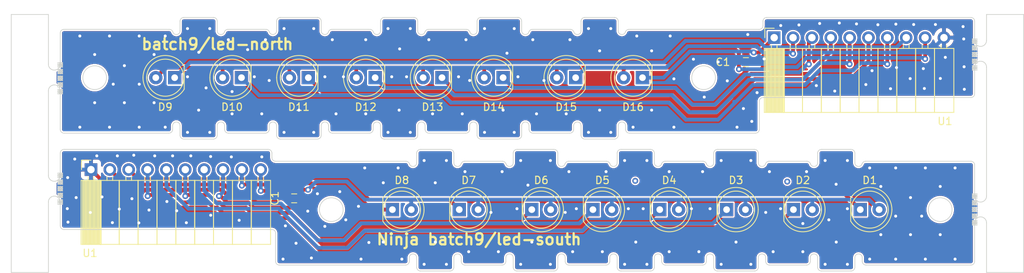
<source format=kicad_pcb>
(kicad_pcb (version 20171130) (host pcbnew "(5.1.6-0-10_14)")
  (layers (0 F.Cu signal) (31 B.Cu signal) (34 B.Paste user) (35 F.Paste user) (36 B.SilkS user) (37 F.SilkS user) (38 B.Mask user) (39 F.Mask user) (44 Edge.Cuts user))
  (net 0 "")
  (net 1 GND)
  (net 2 VCC)
  (net 3 OUT1)
  (net 4 OUT2)
  (net 5 OUT3)
  (net 6 OUT4)
  (net 7 OUT5)
  (net 8 OUT6)
  (net 9 OUT7)
  (net 10 OUT8)
  (net 11 OUT9)
  (net 12 OUT10)
  (net 13 OUT11)
  (net 14 OUT12)
  (net 15 OUT13)
  (net 16 OUT14)
  (net 17 OUT15)
  (net 18 OUT16)
  (module Capacitors_SMD:C_0603_HandSoldering (layer F.Cu) (at 95.5 71.79964 180)
    (fp_text reference C1 (at 2.608 0 270) (layer F.SilkS))
    (fp_text value C)
    (pad 2 smd rect (at 0.95 0 180) (size 1.2 0.75) (layers F.Cu F.Paste F.Mask) (net 1 GND))
    (pad 1 smd rect (at -0.95 0 180) (size 1.2 0.75) (layers F.Cu F.Paste F.Mask) (net 2 VCC))
  )
  (module LEDs:LED_D5.0mm (layer F.Cu) (at 171.73 73.32164)
    (fp_text reference D1 (at 1.27 -3.96) (layer F.SilkS))
    (fp_text value LED)
    (pad 1 thru_hole rect (at 0 0) (size 1.8 1.8) (drill 0.9) (layers *.Cu *.Mask) (net 3 OUT1))
    (pad 2 thru_hole circle (at 2.54 0) (size 1.8 1.8) (drill 0.9) (layers *.Cu *.Mask) (net 2 VCC))
  )
  (module LEDs:LED_D5.0mm (layer F.Cu) (at 162.73 73.32164)
    (fp_text reference D2 (at 1.27 -3.96) (layer F.SilkS))
    (fp_text value LED)
    (pad 2 thru_hole circle (at 2.54 0) (size 1.8 1.8) (drill 0.9) (layers *.Cu *.Mask) (net 2 VCC))
    (pad 1 thru_hole rect (at 0 0) (size 1.8 1.8) (drill 0.9) (layers *.Cu *.Mask) (net 4 OUT2))
  )
  (module LEDs:LED_D5.0mm (layer F.Cu) (at 153.73 73.32164)
    (fp_text reference D3 (at 1.27 -3.96) (layer F.SilkS))
    (fp_text value LED)
    (pad 1 thru_hole rect (at 0 0) (size 1.8 1.8) (drill 0.9) (layers *.Cu *.Mask) (net 5 OUT3))
    (pad 2 thru_hole circle (at 2.54 0) (size 1.8 1.8) (drill 0.9) (layers *.Cu *.Mask) (net 2 VCC))
  )
  (module LEDs:LED_D5.0mm (layer F.Cu) (at 144.73 73.32164)
    (fp_text reference D4 (at 1.27 -3.96) (layer F.SilkS))
    (fp_text value LED)
    (pad 2 thru_hole circle (at 2.54 0) (size 1.8 1.8) (drill 0.9) (layers *.Cu *.Mask) (net 2 VCC))
    (pad 1 thru_hole rect (at 0 0) (size 1.8 1.8) (drill 0.9) (layers *.Cu *.Mask) (net 6 OUT4))
  )
  (module LEDs:LED_D5.0mm (layer F.Cu) (at 135.73 73.32164)
    (fp_text reference D5 (at 1.27 -3.96) (layer F.SilkS))
    (fp_text value LED)
    (pad 1 thru_hole rect (at 0 0) (size 1.8 1.8) (drill 0.9) (layers *.Cu *.Mask) (net 7 OUT5))
    (pad 2 thru_hole circle (at 2.54 0) (size 1.8 1.8) (drill 0.9) (layers *.Cu *.Mask) (net 2 VCC))
  )
  (module LEDs:LED_D5.0mm (layer F.Cu) (at 127.5 73.32164)
    (fp_text reference D6 (at 1.27 -3.96) (layer F.SilkS))
    (fp_text value LED)
    (pad 2 thru_hole circle (at 2.54 0) (size 1.8 1.8) (drill 0.9) (layers *.Cu *.Mask) (net 2 VCC))
    (pad 1 thru_hole rect (at 0 0) (size 1.8 1.8) (drill 0.9) (layers *.Cu *.Mask) (net 8 OUT6))
  )
  (module LEDs:LED_D5.0mm (layer F.Cu) (at 117.73 73.32164)
    (fp_text reference D7 (at 1.27 -3.96) (layer F.SilkS))
    (fp_text value LED)
    (pad 1 thru_hole rect (at 0 0) (size 1.8 1.8) (drill 0.9) (layers *.Cu *.Mask) (net 9 OUT7))
    (pad 2 thru_hole circle (at 2.54 0) (size 1.8 1.8) (drill 0.9) (layers *.Cu *.Mask) (net 2 VCC))
  )
  (module LEDs:LED_D5.0mm (layer F.Cu) (at 108.73 73.32164)
    (fp_text reference D8 (at 1.27 -3.96) (layer F.SilkS))
    (fp_text value LED)
    (pad 2 thru_hole circle (at 2.54 0) (size 1.8 1.8) (drill 0.9) (layers *.Cu *.Mask) (net 2 VCC))
    (pad 1 thru_hole rect (at 0 0) (size 1.8 1.8) (drill 0.9) (layers *.Cu *.Mask) (net 10 OUT8))
  )
  (module Socket_Strips:Socket_Strip_Angled_1x10_Pitch2.54mm (layer F.Cu) (at 68.134254 67.92164 90)
    (fp_text reference U1 (at -11.278 -0.134254 180) (layer F.SilkS))
    (fp_text value Conn_02x05)
    (pad 1 thru_hole rect (at 0 0 90) (size 1.7 1.7) (drill 1) (layers *.Cu *.Mask) (net 1 GND))
    (pad 2 thru_hole oval (at 0 2.54 90) (size 1.7 1.7) (drill 1) (layers *.Cu *.Mask) (net 2 VCC))
    (pad 3 thru_hole oval (at 0 5.08 90) (size 1.7 1.7) (drill 1) (layers *.Cu *.Mask) (net 3 OUT1))
    (pad 4 thru_hole oval (at 0 7.62 90) (size 1.7 1.7) (drill 1) (layers *.Cu *.Mask) (net 4 OUT2))
    (pad 5 thru_hole oval (at 0 10.16 90) (size 1.7 1.7) (drill 1) (layers *.Cu *.Mask) (net 5 OUT3))
    (pad 6 thru_hole oval (at 0 12.7 90) (size 1.7 1.7) (drill 1) (layers *.Cu *.Mask) (net 6 OUT4))
    (pad 7 thru_hole oval (at 0 15.24 90) (size 1.7 1.7) (drill 1) (layers *.Cu *.Mask) (net 7 OUT5))
    (pad 8 thru_hole oval (at 0 17.78 90) (size 1.7 1.7) (drill 1) (layers *.Cu *.Mask) (net 8 OUT6))
    (pad 9 thru_hole oval (at 0 20.32 90) (size 1.7 1.7) (drill 1) (layers *.Cu *.Mask) (net 9 OUT7))
    (pad 10 thru_hole oval (at 0 22.86 90) (size 1.7 1.7) (drill 1) (layers *.Cu *.Mask) (net 10 OUT8))
  )
  (module Capacitors_SMD:C_0603_HandSoldering (layer F.Cu) (at 156.335 53.41964)
    (fp_text reference C1 (at -3.108 0) (layer F.SilkS))
    (fp_text value C)
    (pad 2 smd rect (at 0.95 0) (size 1.2 0.75) (layers F.Cu F.Paste F.Mask) (net 1 GND))
    (pad 1 smd rect (at -0.95 0) (size 1.2 0.75) (layers F.Cu F.Paste F.Mask) (net 2 VCC))
  )
  (module LEDs:LED_D5.0mm (layer F.Cu) (at 79.405 55.52164 180)
    (fp_text reference D9 (at 1.27 -3.96) (layer F.SilkS))
    (fp_text value LED)
    (pad 1 thru_hole rect (at 0 0 180) (size 1.8 1.8) (drill 0.9) (layers *.Cu *.Mask) (net 11 OUT9))
    (pad 2 thru_hole circle (at 2.54 0 180) (size 1.8 1.8) (drill 0.9) (layers *.Cu *.Mask) (net 2 VCC))
  )
  (module LEDs:LED_D5.0mm (layer F.Cu) (at 88.405 55.52164 180)
    (fp_text reference D10 (at 1.27 -3.96) (layer F.SilkS))
    (fp_text value LED)
    (pad 2 thru_hole circle (at 2.54 0 180) (size 1.8 1.8) (drill 0.9) (layers *.Cu *.Mask) (net 2 VCC))
    (pad 1 thru_hole rect (at 0 0 180) (size 1.8 1.8) (drill 0.9) (layers *.Cu *.Mask) (net 12 OUT10))
  )
  (module LEDs:LED_D5.0mm (layer F.Cu) (at 97.405 55.52164 180)
    (fp_text reference D11 (at 1.27 -3.96) (layer F.SilkS))
    (fp_text value LED)
    (pad 1 thru_hole rect (at 0 0 180) (size 1.8 1.8) (drill 0.9) (layers *.Cu *.Mask) (net 13 OUT11))
    (pad 2 thru_hole circle (at 2.54 0 180) (size 1.8 1.8) (drill 0.9) (layers *.Cu *.Mask) (net 2 VCC))
  )
  (module LEDs:LED_D5.0mm (layer F.Cu) (at 106.405 55.52164 180)
    (fp_text reference D12 (at 1.27 -3.96) (layer F.SilkS))
    (fp_text value LED)
    (pad 2 thru_hole circle (at 2.54 0 180) (size 1.8 1.8) (drill 0.9) (layers *.Cu *.Mask) (net 2 VCC))
    (pad 1 thru_hole rect (at 0 0 180) (size 1.8 1.8) (drill 0.9) (layers *.Cu *.Mask) (net 14 OUT12))
  )
  (module LEDs:LED_D5.0mm (layer F.Cu) (at 115.405 55.52164 180)
    (fp_text reference D13 (at 1.27 -3.96) (layer F.SilkS))
    (fp_text value LED)
    (pad 1 thru_hole rect (at 0 0 180) (size 1.8 1.8) (drill 0.9) (layers *.Cu *.Mask) (net 15 OUT13))
    (pad 2 thru_hole circle (at 2.54 0 180) (size 1.8 1.8) (drill 0.9) (layers *.Cu *.Mask) (net 2 VCC))
  )
  (module LEDs:LED_D5.0mm (layer F.Cu) (at 123.635 55.52164 180)
    (fp_text reference D14 (at 1.27 -3.96) (layer F.SilkS))
    (fp_text value LED)
    (pad 2 thru_hole circle (at 2.54 0 180) (size 1.8 1.8) (drill 0.9) (layers *.Cu *.Mask) (net 2 VCC))
    (pad 1 thru_hole rect (at 0 0 180) (size 1.8 1.8) (drill 0.9) (layers *.Cu *.Mask) (net 16 OUT14))
  )
  (module LEDs:LED_D5.0mm (layer F.Cu) (at 133.405 55.52164 180)
    (fp_text reference D15 (at 1.27 -3.96) (layer F.SilkS))
    (fp_text value LED)
    (pad 1 thru_hole rect (at 0 0 180) (size 1.8 1.8) (drill 0.9) (layers *.Cu *.Mask) (net 17 OUT15))
    (pad 2 thru_hole circle (at 2.54 0 180) (size 1.8 1.8) (drill 0.9) (layers *.Cu *.Mask) (net 2 VCC))
  )
  (module LEDs:LED_D5.0mm (layer F.Cu) (at 142.405 55.52164 180)
    (fp_text reference D16 (at 1.27 -3.96) (layer F.SilkS))
    (fp_text value LED)
    (pad 2 thru_hole circle (at 2.54 0 180) (size 1.8 1.8) (drill 0.9) (layers *.Cu *.Mask) (net 2 VCC))
    (pad 1 thru_hole rect (at 0 0 180) (size 1.8 1.8) (drill 0.9) (layers *.Cu *.Mask) (net 18 OUT16))
  )
  (module Socket_Strips:Socket_Strip_Angled_1x10_Pitch2.54mm (layer F.Cu) (at 160.140746 50.12164 90)
    (fp_text reference U1 (at -11.278 22.994254 180) (layer F.SilkS))
    (fp_text value Conn_02x05)
    (pad 1 thru_hole rect (at 0 0 90) (size 1.7 1.7) (drill 1) (layers *.Cu *.Mask) (net 18 OUT16))
    (pad 2 thru_hole oval (at 0 2.54 90) (size 1.7 1.7) (drill 1) (layers *.Cu *.Mask) (net 17 OUT15))
    (pad 3 thru_hole oval (at 0 5.08 90) (size 1.7 1.7) (drill 1) (layers *.Cu *.Mask) (net 16 OUT14))
    (pad 4 thru_hole oval (at 0 7.62 90) (size 1.7 1.7) (drill 1) (layers *.Cu *.Mask) (net 15 OUT13))
    (pad 5 thru_hole oval (at 0 10.16 90) (size 1.7 1.7) (drill 1) (layers *.Cu *.Mask) (net 14 OUT12))
    (pad 6 thru_hole oval (at 0 12.7 90) (size 1.7 1.7) (drill 1) (layers *.Cu *.Mask) (net 13 OUT11))
    (pad 7 thru_hole oval (at 0 15.24 90) (size 1.7 1.7) (drill 1) (layers *.Cu *.Mask) (net 12 OUT10))
    (pad 8 thru_hole oval (at 0 17.78 90) (size 1.7 1.7) (drill 1) (layers *.Cu *.Mask) (net 11 OUT9))
    (pad 9 thru_hole oval (at 0 20.32 90) (size 1.7 1.7) (drill 1) (layers *.Cu *.Mask) (net 2 VCC))
    (pad 10 thru_hole oval (at 0 22.86 90) (size 1.7 1.7) (drill 1) (layers *.Cu *.Mask) (net 1 GND))
  )
  (gr_line (start 64 62.5) (end 64 57.3) (layer Edge.Cuts) (width 0.1))
  (gr_line (start 64 75.5) (end 64 72.3) (layer Edge.Cuts) (width 0.1))
  (gr_line (start 187.135 80.3) (end 187.135 75.1) (layer Edge.Cuts) (width 0.1))
  (gr_line (start 187.135 57.7) (end 187.135 54.1) (layer Edge.Cuts) (width 0.1))
  (gr_line (start 193.735 47) (end 188.735 47) (layer Edge.Cuts) (width 0.1))
  (gr_line (start 188.735 81.8) (end 193.735 81.8) (layer Edge.Cuts) (width 0.1))
  (gr_line (start 193.735 81.8) (end 193.735 47) (layer Edge.Cuts) (width 0.1))
  (gr_line (start 57.4 81.8) (end 62.4 81.8) (layer Edge.Cuts) (width 0.1))
  (gr_line (start 57.4 47) (end 57.4 81.8) (layer Edge.Cuts) (width 0.1))
  (gr_line (start 62.4 47) (end 57.4 47) (layer Edge.Cuts) (width 0.1))
  (gr_line (start 188.735 47) (end 188.735 50.5) (layer Edge.Cuts) (width 0.1))
  (gr_line (start 188.735 75.1) (end 188.735 81.8) (layer Edge.Cuts) (width 0.1))
  (gr_line (start 188.735 54.1) (end 188.735 71.5) (layer Edge.Cuts) (width 0.1))
  (gr_line (start 62.4 57.3) (end 62.4 68.7) (layer Edge.Cuts) (width 0.1))
  (gr_line (start 62.4 72.3) (end 62.4 81.8) (layer Edge.Cuts) (width 0.1))
  (gr_line (start 62.4 47) (end 62.4 53.7) (layer Edge.Cuts) (width 0.1))
  (gr_arc (start 187.935 50.5) (end 187.135 50.5) (angle -180) (layer Edge.Cuts) (width 0.1))
  (gr_arc (start 187.935 54.1) (end 188.735 54.1) (angle -180) (layer Edge.Cuts) (width 0.1))
  (target x (at 64 56.5) (size 0.55) (width 0.2) (layer Edge.Cuts))
  (target x (at 64 55.6) (size 0.55) (width 0.2) (layer Edge.Cuts))
  (target x (at 64 53.8) (size 0.55) (width 0.2) (layer Edge.Cuts))
  (target x (at 64 54.7) (size 0.55) (width 0.2) (layer Edge.Cuts))
  (target x (at 64 57.4) (size 0.55) (width 0.2) (layer Edge.Cuts))
  (target x (at 187.135 75.1) (size 0.55) (width 0.2) (layer Edge.Cuts))
  (target x (at 187.135 73.3) (size 0.55) (width 0.2) (layer Edge.Cuts))
  (target x (at 187.135 74.2) (size 0.55) (width 0.2) (layer Edge.Cuts))
  (target x (at 187.135 72.4) (size 0.55) (width 0.2) (layer Edge.Cuts))
  (target x (at 187.135 71.5) (size 0.55) (width 0.2) (layer Edge.Cuts))
  (gr_arc (start 187.935 75.1) (end 188.735 75.1) (angle -180) (layer Edge.Cuts) (width 0.1))
  (gr_arc (start 187.935 71.5) (end 187.135 71.5) (angle -180) (layer Edge.Cuts) (width 0.1))
  (target x (at 64 70.5) (size 0.55) (width 0.2) (layer Edge.Cuts))
  (target x (at 64 69.6) (size 0.55) (width 0.2) (layer Edge.Cuts))
  (target x (at 64 71.4) (size 0.55) (width 0.2) (layer Edge.Cuts))
  (target x (at 64 72.3) (size 0.55) (width 0.2) (layer Edge.Cuts))
  (target x (at 64 68.7) (size 0.55) (width 0.2) (layer Edge.Cuts))
  (gr_arc (start 63.2 68.7) (end 62.4 68.7) (angle -180) (layer Edge.Cuts) (width 0.1))
  (gr_arc (start 63.2 72.3) (end 64 72.3) (angle -180) (layer Edge.Cuts) (width 0.1))
  (gr_arc (start 63.2 57.3) (end 64 57.3) (angle -180) (layer Edge.Cuts) (width 0.1))
  (gr_arc (start 63.2 53.7) (end 62.4 53.7) (angle -180) (layer Edge.Cuts) (width 0.1))
  (target x (at 187.135 54.2) (size 0.55) (width 0.2) (layer Edge.Cuts))
  (target x (at 187.135 50.6) (size 0.55) (width 0.2) (layer Edge.Cuts))
  (target x (at 187.135 51.5) (size 0.55) (width 0.2) (layer Edge.Cuts))
  (target x (at 187.135 53.3) (size 0.55) (width 0.2) (layer Edge.Cuts))
  (target x (at 187.135 52.4) (size 0.55) (width 0.2) (layer Edge.Cuts))
  (gr_arc (start 92.5 76.5) (end 93 76.5) (angle -90) (layer Edge.Cuts) (width 0.1))
  (gr_line (start 93 76.5) (end 93 80.3) (layer Edge.Cuts) (width 0.1))
  (gr_line (start 92.5 76) (end 64.5 76) (layer Edge.Cuts) (width 0.1))
  (gr_arc (start 93.5 80.3) (end 93 80.3) (angle -90) (layer Edge.Cuts) (width 0.1))
  (gr_line (start 92.5 65.69964) (end 92.5 66.29928) (layer Edge.Cuts) (width 0.1))
  (gr_line (start 92 65.19964) (end 64.5 65.19964) (layer Edge.Cuts) (width 0.1))
  (gr_arc (start 92 65.69964) (end 92.5 65.69964) (angle -90) (layer Edge.Cuts) (width 0.1))
  (gr_arc (start 93 66.29928) (end 92.5 66.29928) (angle -90) (layer Edge.Cuts) (width 0.1))
  (gr_text "Ninja batch9/led-south" (at 120.39 77.32964) (layer F.SilkS) (effects (font (size 1.5 1.5) (thickness 0.3))))
  (gr_arc (start 64.5 75.5) (end 64.5 76) (angle 90) (layer Edge.Cuts) (width 0.1))
  (gr_circle (center 100.5 73.32164) (end 102.1 73.32164) (layer Edge.Cuts) (width 0.1))
  (gr_circle (center 182.5 73.32164) (end 184.1 73.32164) (layer Edge.Cuts) (width 0.1))
  (gr_line (start 64 68.7) (end 64 65.69964) (layer Edge.Cuts) (width 0.1))
  (gr_line (start 110.5 80.8) (end 93.5 80.8) (layer Edge.Cuts) (width 0.1))
  (gr_arc (start 110.5 80.3) (end 110.5 80.8) (angle -90) (layer Edge.Cuts) (width 0.1))
  (gr_line (start 111 79.8) (end 111 80.3) (layer Edge.Cuts) (width 0.1))
  (gr_arc (start 111.5 79.8) (end 112 79.8) (angle -180) (layer Edge.Cuts) (width 0.1))
  (gr_line (start 112 81.09964) (end 112 79.8) (layer Edge.Cuts) (width 0.1))
  (gr_arc (start 112.5 81.09964) (end 112 81.09964) (angle -90) (layer Edge.Cuts) (width 0.1))
  (gr_line (start 116.5 81.59964) (end 112.5 81.59964) (layer Edge.Cuts) (width 0.1))
  (gr_arc (start 116.5 81.09964) (end 116.5 81.59964) (angle -90) (layer Edge.Cuts) (width 0.1))
  (gr_line (start 117 79.8) (end 117 81.09964) (layer Edge.Cuts) (width 0.1))
  (gr_arc (start 117.5 79.8) (end 118 79.8) (angle -180) (layer Edge.Cuts) (width 0.1))
  (gr_line (start 118 80.3) (end 118 79.8) (layer Edge.Cuts) (width 0.1))
  (gr_arc (start 118.5 80.3) (end 118 80.3) (angle -90) (layer Edge.Cuts) (width 0.1))
  (gr_line (start 123.5 80.8) (end 118.5 80.8) (layer Edge.Cuts) (width 0.1))
  (gr_arc (start 123.5 80.3) (end 123.5 80.8) (angle -90) (layer Edge.Cuts) (width 0.1))
  (gr_line (start 124 79.8) (end 124 80.3) (layer Edge.Cuts) (width 0.1))
  (gr_arc (start 124.5 79.8) (end 125 79.8) (angle -180) (layer Edge.Cuts) (width 0.1))
  (gr_line (start 125 81.099999) (end 125 79.8) (layer Edge.Cuts) (width 0.1))
  (gr_arc (start 125.5 81.099999) (end 125 81.099999) (angle -90) (layer Edge.Cuts) (width 0.1))
  (gr_line (start 130.5 81.599999) (end 125.5 81.599999) (layer Edge.Cuts) (width 0.1))
  (gr_arc (start 130.5 81.099999) (end 130.5 81.599999) (angle -90) (layer Edge.Cuts) (width 0.1))
  (gr_line (start 131 79.8) (end 131 81.099999) (layer Edge.Cuts) (width 0.1))
  (gr_arc (start 131.5 79.8) (end 132 79.8) (angle -180) (layer Edge.Cuts) (width 0.1))
  (gr_line (start 132 80.3) (end 132 79.8) (layer Edge.Cuts) (width 0.1))
  (gr_arc (start 132.5 80.3) (end 132 80.3) (angle -90) (layer Edge.Cuts) (width 0.1))
  (gr_line (start 137.5 80.8) (end 132.5 80.8) (layer Edge.Cuts) (width 0.1))
  (gr_arc (start 137.5 80.3) (end 137.5 80.8) (angle -90) (layer Edge.Cuts) (width 0.1))
  (gr_line (start 138 79.8) (end 138 80.3) (layer Edge.Cuts) (width 0.1))
  (gr_arc (start 138.5 79.8) (end 139 79.8) (angle -180) (layer Edge.Cuts) (width 0.1))
  (gr_line (start 139 81.09964) (end 139 79.8) (layer Edge.Cuts) (width 0.1))
  (gr_arc (start 139.5 81.09964) (end 139 81.09964) (angle -90) (layer Edge.Cuts) (width 0.1))
  (gr_line (start 143.5 81.59964) (end 139.5 81.59964) (layer Edge.Cuts) (width 0.1))
  (gr_arc (start 143.5 81.09964) (end 143.5 81.59964) (angle -90) (layer Edge.Cuts) (width 0.1))
  (gr_line (start 144 79.8) (end 144 81.09964) (layer Edge.Cuts) (width 0.1))
  (gr_arc (start 144.5 79.8) (end 145 79.8) (angle -180) (layer Edge.Cuts) (width 0.1))
  (gr_line (start 145 80.3) (end 145 79.8) (layer Edge.Cuts) (width 0.1))
  (gr_arc (start 145.5 80.3) (end 145 80.3) (angle -90) (layer Edge.Cuts) (width 0.1))
  (gr_line (start 150.5 80.8) (end 145.5 80.8) (layer Edge.Cuts) (width 0.1))
  (gr_arc (start 150.5 80.3) (end 150.5 80.8) (angle -89.99999625) (layer Edge.Cuts) (width 0.1))
  (gr_line (start 151 79.8) (end 151 80.3) (layer Edge.Cuts) (width 0.1))
  (gr_arc (start 151.5 79.800001) (end 152 79.8) (angle -179.9999911) (layer Edge.Cuts) (width 0.1))
  (gr_line (start 152 81.100004) (end 152 79.8) (layer Edge.Cuts) (width 0.1))
  (gr_arc (start 152.5 81.100004) (end 152 81.100004) (angle -90) (layer Edge.Cuts) (width 0.1))
  (gr_line (start 157.5 81.600004) (end 152.5 81.600004) (layer Edge.Cuts) (width 0.1))
  (gr_arc (start 157.5 81.100004) (end 157.5 81.600004) (angle -90) (layer Edge.Cuts) (width 0.1))
  (gr_line (start 158 79.8) (end 158 81.100004) (layer Edge.Cuts) (width 0.1))
  (gr_arc (start 158.5 79.8) (end 159 79.8) (angle -180) (layer Edge.Cuts) (width 0.1))
  (gr_line (start 159 80.3) (end 159 79.8) (layer Edge.Cuts) (width 0.1))
  (gr_arc (start 159.5 80.3) (end 159 80.3) (angle -90) (layer Edge.Cuts) (width 0.1))
  (gr_line (start 164.5 80.8) (end 159.5 80.8) (layer Edge.Cuts) (width 0.1))
  (gr_arc (start 164.5 80.3) (end 164.5 80.8) (angle -90) (layer Edge.Cuts) (width 0.1))
  (gr_line (start 165 79.8) (end 165 80.3) (layer Edge.Cuts) (width 0.1))
  (gr_arc (start 165.5 79.8) (end 166 79.8) (angle -180) (layer Edge.Cuts) (width 0.1))
  (gr_line (start 166 81.09964) (end 166 79.8) (layer Edge.Cuts) (width 0.1))
  (gr_arc (start 166.5 81.09964) (end 166 81.09964) (angle -90) (layer Edge.Cuts) (width 0.1))
  (gr_line (start 170.5 81.59964) (end 166.5 81.59964) (layer Edge.Cuts) (width 0.1))
  (gr_arc (start 170.5 81.09964) (end 170.5 81.59964) (angle -90) (layer Edge.Cuts) (width 0.1))
  (gr_line (start 171 79.8) (end 171 81.09964) (layer Edge.Cuts) (width 0.1))
  (gr_arc (start 171.5 79.8) (end 172 79.8) (angle -180) (layer Edge.Cuts) (width 0.1))
  (gr_line (start 172 80.3) (end 172 79.8) (layer Edge.Cuts) (width 0.1))
  (gr_arc (start 172.5 80.3) (end 172 80.3) (angle -90) (layer Edge.Cuts) (width 0.1))
  (gr_line (start 186.635 80.8) (end 172.5 80.8) (layer Edge.Cuts) (width 0.1))
  (gr_arc (start 186.635 80.3) (end 186.635 80.8) (angle -90) (layer Edge.Cuts) (width 0.1))
  (gr_line (start 187.135 67.29928) (end 187.135 71.5) (layer Edge.Cuts) (width 0.1))
  (gr_arc (start 186.635 67.29928) (end 187.135 67.29928) (angle -90) (layer Edge.Cuts) (width 0.1))
  (gr_line (start 172.454253 66.79928) (end 186.635 66.79928) (layer Edge.Cuts) (width 0.1))
  (gr_arc (start 172.454253 67.29928) (end 172.454253 66.79928) (angle -72.60244929) (layer Edge.Cuts) (width 0.1))
  (gr_arc (start 171.5 67.00028) (end 171 67.00028) (angle -162.6024493) (layer Edge.Cuts) (width 0.1))
  (gr_line (start 171 65.69964) (end 171 67.00028) (layer Edge.Cuts) (width 0.1))
  (gr_arc (start 170.5 65.69964) (end 171 65.69964) (angle -90) (layer Edge.Cuts) (width 0.1))
  (gr_line (start 166.5 65.19964) (end 170.5 65.19964) (layer Edge.Cuts) (width 0.1))
  (gr_arc (start 166.5 65.69964) (end 166.5 65.19964) (angle -90) (layer Edge.Cuts) (width 0.1))
  (gr_line (start 166 67.00028) (end 166 65.69964) (layer Edge.Cuts) (width 0.1))
  (gr_arc (start 165.5 67.00028) (end 165.022873 67.14978) (angle -162.6024493) (layer Edge.Cuts) (width 0.1))
  (gr_arc (start 164.545746 67.29928) (end 165.022873 67.14978) (angle -72.60244929) (layer Edge.Cuts) (width 0.1))
  (gr_line (start 159.454253 66.79928) (end 164.545746 66.79928) (layer Edge.Cuts) (width 0.1))
  (gr_arc (start 159.454253 67.29928) (end 159.454253 66.79928) (angle -72.60244929) (layer Edge.Cuts) (width 0.1))
  (gr_arc (start 158.5 67.00028) (end 158 67.00028) (angle -162.6024404) (layer Edge.Cuts) (width 0.1))
  (gr_line (start 158 65.69964) (end 158 67.00028) (layer Edge.Cuts) (width 0.1))
  (gr_arc (start 157.5 65.69964) (end 158 65.69964) (angle -90) (layer Edge.Cuts) (width 0.1))
  (gr_line (start 152.5 65.19964) (end 157.5 65.19964) (layer Edge.Cuts) (width 0.1))
  (gr_arc (start 152.5 65.69964) (end 152.5 65.19964) (angle -90) (layer Edge.Cuts) (width 0.1))
  (gr_line (start 152 67.00028) (end 152 65.69964) (layer Edge.Cuts) (width 0.1))
  (gr_arc (start 151.5 67.00028) (end 151.022873 67.14978) (angle -162.6024493) (layer Edge.Cuts) (width 0.1))
  (gr_arc (start 150.545746 67.29928) (end 151.022873 67.14978) (angle -72.60244929) (layer Edge.Cuts) (width 0.1))
  (gr_line (start 145.454253 66.79928) (end 150.545746 66.79928) (layer Edge.Cuts) (width 0.1))
  (gr_arc (start 145.454253 67.29928) (end 145.454253 66.79928) (angle -72.60244929) (layer Edge.Cuts) (width 0.1))
  (gr_arc (start 144.5 67.00028) (end 144 67.00028) (angle -162.6024493) (layer Edge.Cuts) (width 0.1))
  (gr_line (start 144 65.69964) (end 144 67.00028) (layer Edge.Cuts) (width 0.1))
  (gr_arc (start 143.5 65.69964) (end 144 65.69964) (angle -90) (layer Edge.Cuts) (width 0.1))
  (gr_line (start 139.5 65.19964) (end 143.5 65.19964) (layer Edge.Cuts) (width 0.1))
  (gr_arc (start 139.5 65.69964) (end 139.5 65.19964) (angle -90) (layer Edge.Cuts) (width 0.1))
  (gr_line (start 139 67.00028) (end 139 65.69964) (layer Edge.Cuts) (width 0.1))
  (gr_arc (start 138.5 67.00028) (end 138.022873 67.14978) (angle -162.6024493) (layer Edge.Cuts) (width 0.1))
  (gr_arc (start 137.545746 67.29928) (end 138.022873 67.14978) (angle -72.60244929) (layer Edge.Cuts) (width 0.1))
  (gr_line (start 132.454253 66.79928) (end 137.545746 66.79928) (layer Edge.Cuts) (width 0.1))
  (gr_arc (start 132.454253 67.29928) (end 132.454253 66.79928) (angle -72.60244929) (layer Edge.Cuts) (width 0.1))
  (gr_arc (start 131.5 67.00028) (end 131 67.00028) (angle -162.6024581) (layer Edge.Cuts) (width 0.1))
  (gr_line (start 131 65.69964) (end 131 67.00028) (layer Edge.Cuts) (width 0.1))
  (gr_arc (start 130.5 65.69964) (end 131 65.69964) (angle -90) (layer Edge.Cuts) (width 0.1))
  (gr_line (start 125.5 65.19964) (end 130.5 65.19964) (layer Edge.Cuts) (width 0.1))
  (gr_arc (start 125.5 65.69964) (end 125.5 65.19964) (angle -90) (layer Edge.Cuts) (width 0.1))
  (gr_line (start 125 67.00028) (end 125 65.69964) (layer Edge.Cuts) (width 0.1))
  (gr_arc (start 124.5 67.00028) (end 124.022873 67.14978) (angle -162.6024581) (layer Edge.Cuts) (width 0.1))
  (gr_arc (start 123.545746 67.29928) (end 124.022873 67.14978) (angle -72.60244929) (layer Edge.Cuts) (width 0.1))
  (gr_line (start 118.454253 66.79928) (end 123.545746 66.79928) (layer Edge.Cuts) (width 0.1))
  (gr_arc (start 118.454253 67.29928) (end 118.454253 66.79928) (angle -72.60244929) (layer Edge.Cuts) (width 0.1))
  (gr_arc (start 117.5 67.00028) (end 117 67.00028) (angle -162.6024493) (layer Edge.Cuts) (width 0.1))
  (gr_line (start 117 65.69964) (end 117 67.00028) (layer Edge.Cuts) (width 0.1))
  (gr_arc (start 116.5 65.69964) (end 117 65.69964) (angle -90) (layer Edge.Cuts) (width 0.1))
  (gr_line (start 112.5 65.19964) (end 116.5 65.19964) (layer Edge.Cuts) (width 0.1))
  (gr_arc (start 112.5 65.69964) (end 112.5 65.19964) (angle -90) (layer Edge.Cuts) (width 0.1))
  (gr_line (start 112 67.00028) (end 112 65.69964) (layer Edge.Cuts) (width 0.1))
  (gr_arc (start 111.5 67.00028) (end 111.022873 67.14978) (angle -162.6024493) (layer Edge.Cuts) (width 0.1))
  (gr_arc (start 110.545746 67.29928) (end 111.022873 67.14978) (angle -72.60244929) (layer Edge.Cuts) (width 0.1))
  (gr_line (start 93 66.79928) (end 110.545746 66.79928) (layer Edge.Cuts) (width 0.1))
  (gr_arc (start 64.5 65.69964) (end 64.5 65.19964) (angle -90) (layer Edge.Cuts) (width 0.1))
  (gr_line (start 158.635 58.2) (end 186.635 58.2) (layer Edge.Cuts) (width 0.1))
  (gr_arc (start 158.635 58.7) (end 158.135 58.7) (angle 90) (layer Edge.Cuts) (width 0.1))
  (gr_line (start 158.135 58.7) (end 158.135 62.5) (layer Edge.Cuts) (width 0.1))
  (gr_arc (start 157.635 62.5) (end 158.135 62.5) (angle 90) (layer Edge.Cuts) (width 0.1))
  (gr_line (start 158.635 47.89964) (end 158.635 48.49928) (layer Edge.Cuts) (width 0.1))
  (gr_line (start 159.135 47.39964) (end 186.635 47.39964) (layer Edge.Cuts) (width 0.1))
  (gr_arc (start 159.135 47.89964) (end 158.635 47.89964) (angle 90) (layer Edge.Cuts) (width 0.1))
  (gr_arc (start 158.135 48.49928) (end 158.635 48.49928) (angle 90) (layer Edge.Cuts) (width 0.1))
  (gr_text "batch9/led-north\n" (at 85.155 50.99964) (layer F.SilkS) (effects (font (size 1.5 1.5) (thickness 0.3))))
  (gr_arc (start 186.635 57.7) (end 186.635 58.2) (angle -90) (layer Edge.Cuts) (width 0.1))
  (gr_circle (center 150.635 55.52164) (end 149.035 55.52164) (layer Edge.Cuts) (width 0.1))
  (gr_circle (center 68.635 55.52164) (end 67.035 55.52164) (layer Edge.Cuts) (width 0.1))
  (gr_line (start 187.135 50.5) (end 187.135 47.89964) (layer Edge.Cuts) (width 0.1))
  (gr_line (start 140.635 63) (end 157.635 63) (layer Edge.Cuts) (width 0.1))
  (gr_arc (start 140.635 62.5) (end 140.635 63) (angle 90) (layer Edge.Cuts) (width 0.1))
  (gr_line (start 140.135 62) (end 140.135 62.5) (layer Edge.Cuts) (width 0.1))
  (gr_arc (start 139.635 62) (end 139.135 62) (angle 180) (layer Edge.Cuts) (width 0.1))
  (gr_line (start 139.135 63.29964) (end 139.135 62) (layer Edge.Cuts) (width 0.1))
  (gr_arc (start 138.635 63.29964) (end 139.135 63.29964) (angle 90) (layer Edge.Cuts) (width 0.1))
  (gr_line (start 134.635 63.79964) (end 138.635 63.79964) (layer Edge.Cuts) (width 0.1))
  (gr_arc (start 134.635 63.29964) (end 134.635 63.79964) (angle 90) (layer Edge.Cuts) (width 0.1))
  (gr_line (start 134.135 62) (end 134.135 63.29964) (layer Edge.Cuts) (width 0.1))
  (gr_arc (start 133.635 62) (end 133.135 62) (angle 180) (layer Edge.Cuts) (width 0.1))
  (gr_line (start 133.135 62.5) (end 133.135 62) (layer Edge.Cuts) (width 0.1))
  (gr_arc (start 132.635 62.5) (end 133.135 62.5) (angle 90) (layer Edge.Cuts) (width 0.1))
  (gr_line (start 127.635 63) (end 132.635 63) (layer Edge.Cuts) (width 0.1))
  (gr_arc (start 127.635 62.5) (end 127.635 63) (angle 90) (layer Edge.Cuts) (width 0.1))
  (gr_line (start 127.135 62) (end 127.135 62.5) (layer Edge.Cuts) (width 0.1))
  (gr_arc (start 126.635 62) (end 126.135 62) (angle 180) (layer Edge.Cuts) (width 0.1))
  (gr_line (start 126.135 63.299999) (end 126.135 62) (layer Edge.Cuts) (width 0.1))
  (gr_arc (start 125.635 63.299999) (end 126.135 63.299999) (angle 90) (layer Edge.Cuts) (width 0.1))
  (gr_line (start 120.635 63.799999) (end 125.635 63.799999) (layer Edge.Cuts) (width 0.1))
  (gr_arc (start 120.635 63.299999) (end 120.635 63.799999) (angle 90) (layer Edge.Cuts) (width 0.1))
  (gr_line (start 120.135 62) (end 120.135 63.299999) (layer Edge.Cuts) (width 0.1))
  (gr_arc (start 119.635 62) (end 119.135 62) (angle 180) (layer Edge.Cuts) (width 0.1))
  (gr_line (start 119.135 62.5) (end 119.135 62) (layer Edge.Cuts) (width 0.1))
  (gr_arc (start 118.635 62.5) (end 119.135 62.5) (angle 90) (layer Edge.Cuts) (width 0.1))
  (gr_line (start 113.635 63) (end 118.635 63) (layer Edge.Cuts) (width 0.1))
  (gr_arc (start 113.635 62.5) (end 113.635 63) (angle 90) (layer Edge.Cuts) (width 0.1))
  (gr_line (start 113.135 62) (end 113.135 62.5) (layer Edge.Cuts) (width 0.1))
  (gr_arc (start 112.635 62) (end 112.135 62) (angle 180) (layer Edge.Cuts) (width 0.1))
  (gr_line (start 112.135 63.29964) (end 112.135 62) (layer Edge.Cuts) (width 0.1))
  (gr_arc (start 111.635 63.29964) (end 112.135 63.29964) (angle 90) (layer Edge.Cuts) (width 0.1))
  (gr_line (start 107.635 63.79964) (end 111.635 63.79964) (layer Edge.Cuts) (width 0.1))
  (gr_arc (start 107.635 63.29964) (end 107.635 63.79964) (angle 90) (layer Edge.Cuts) (width 0.1))
  (gr_line (start 107.135 62) (end 107.135 63.29964) (layer Edge.Cuts) (width 0.1))
  (gr_arc (start 106.635 62) (end 106.135 62) (angle 180) (layer Edge.Cuts) (width 0.1))
  (gr_line (start 106.135 62.5) (end 106.135 62) (layer Edge.Cuts) (width 0.1))
  (gr_arc (start 105.635 62.5) (end 106.135 62.5) (angle 90) (layer Edge.Cuts) (width 0.1))
  (gr_line (start 100.635 63) (end 105.635 63) (layer Edge.Cuts) (width 0.1))
  (gr_arc (start 100.635 62.5) (end 100.635 63) (angle 89.99999625) (layer Edge.Cuts) (width 0.1))
  (gr_line (start 100.135 62) (end 100.135 62.5) (layer Edge.Cuts) (width 0.1))
  (gr_arc (start 99.635 62.000001) (end 99.135 62) (angle 179.9999911) (layer Edge.Cuts) (width 0.1))
  (gr_line (start 99.135 63.300004) (end 99.135 62) (layer Edge.Cuts) (width 0.1))
  (gr_arc (start 98.635 63.300004) (end 99.135 63.300004) (angle 90) (layer Edge.Cuts) (width 0.1))
  (gr_line (start 93.635 63.800004) (end 98.635 63.800004) (layer Edge.Cuts) (width 0.1))
  (gr_arc (start 93.635 63.300004) (end 93.635 63.800004) (angle 90) (layer Edge.Cuts) (width 0.1))
  (gr_line (start 93.135 62) (end 93.135 63.300004) (layer Edge.Cuts) (width 0.1))
  (gr_arc (start 92.635 62) (end 92.135 62) (angle 180) (layer Edge.Cuts) (width 0.1))
  (gr_line (start 92.135 62.5) (end 92.135 62) (layer Edge.Cuts) (width 0.1))
  (gr_arc (start 91.635 62.5) (end 92.135 62.5) (angle 90) (layer Edge.Cuts) (width 0.1))
  (gr_line (start 86.635 63) (end 91.635 63) (layer Edge.Cuts) (width 0.1))
  (gr_arc (start 86.635 62.5) (end 86.635 63) (angle 90) (layer Edge.Cuts) (width 0.1))
  (gr_line (start 86.135 62) (end 86.135 62.5) (layer Edge.Cuts) (width 0.1))
  (gr_arc (start 85.635 62) (end 85.135 62) (angle 180) (layer Edge.Cuts) (width 0.1))
  (gr_line (start 85.135 63.29964) (end 85.135 62) (layer Edge.Cuts) (width 0.1))
  (gr_arc (start 84.635 63.29964) (end 85.135 63.29964) (angle 90) (layer Edge.Cuts) (width 0.1))
  (gr_line (start 80.635 63.79964) (end 84.635 63.79964) (layer Edge.Cuts) (width 0.1))
  (gr_arc (start 80.635 63.29964) (end 80.635 63.79964) (angle 90) (layer Edge.Cuts) (width 0.1))
  (gr_line (start 80.135 62) (end 80.135 63.29964) (layer Edge.Cuts) (width 0.1))
  (gr_arc (start 79.635 62) (end 79.135 62) (angle 180) (layer Edge.Cuts) (width 0.1))
  (gr_line (start 79.135 62.5) (end 79.135 62) (layer Edge.Cuts) (width 0.1))
  (gr_arc (start 78.635 62.5) (end 79.135 62.5) (angle 90) (layer Edge.Cuts) (width 0.1))
  (gr_line (start 64.5 63) (end 78.635 63) (layer Edge.Cuts) (width 0.1))
  (gr_arc (start 64.5 62.5) (end 64.5 63) (angle 90) (layer Edge.Cuts) (width 0.1))
  (gr_line (start 64 49.49928) (end 64 53.7) (layer Edge.Cuts) (width 0.1))
  (gr_arc (start 64.5 49.49928) (end 64 49.49928) (angle 90) (layer Edge.Cuts) (width 0.1))
  (gr_line (start 78.680747 48.99928) (end 64.5 48.99928) (layer Edge.Cuts) (width 0.1))
  (gr_arc (start 78.680747 49.49928) (end 78.680747 48.99928) (angle 72.60244929) (layer Edge.Cuts) (width 0.1))
  (gr_arc (start 79.635 49.20028) (end 80.135 49.20028) (angle 162.6024493) (layer Edge.Cuts) (width 0.1))
  (gr_line (start 80.135 47.89964) (end 80.135 49.20028) (layer Edge.Cuts) (width 0.1))
  (gr_arc (start 80.635 47.89964) (end 80.135 47.89964) (angle 90) (layer Edge.Cuts) (width 0.1))
  (gr_line (start 84.635 47.39964) (end 80.635 47.39964) (layer Edge.Cuts) (width 0.1))
  (gr_arc (start 84.635 47.89964) (end 84.635 47.39964) (angle 90) (layer Edge.Cuts) (width 0.1))
  (gr_line (start 85.135 49.20028) (end 85.135 47.89964) (layer Edge.Cuts) (width 0.1))
  (gr_arc (start 85.635 49.20028) (end 86.112127 49.34978) (angle 162.6024493) (layer Edge.Cuts) (width 0.1))
  (gr_arc (start 86.589254 49.49928) (end 86.112127 49.34978) (angle 72.60244929) (layer Edge.Cuts) (width 0.1))
  (gr_line (start 91.680747 48.99928) (end 86.589254 48.99928) (layer Edge.Cuts) (width 0.1))
  (gr_arc (start 91.680747 49.49928) (end 91.680747 48.99928) (angle 72.60244929) (layer Edge.Cuts) (width 0.1))
  (gr_arc (start 92.635 49.20028) (end 93.135 49.20028) (angle 162.6024404) (layer Edge.Cuts) (width 0.1))
  (gr_line (start 93.135 47.89964) (end 93.135 49.20028) (layer Edge.Cuts) (width 0.1))
  (gr_arc (start 93.635 47.89964) (end 93.135 47.89964) (angle 90) (layer Edge.Cuts) (width 0.1))
  (gr_line (start 98.635 47.39964) (end 93.635 47.39964) (layer Edge.Cuts) (width 0.1))
  (gr_arc (start 98.635 47.89964) (end 98.635 47.39964) (angle 90) (layer Edge.Cuts) (width 0.1))
  (gr_line (start 99.135 49.20028) (end 99.135 47.89964) (layer Edge.Cuts) (width 0.1))
  (gr_arc (start 99.635 49.20028) (end 100.112127 49.34978) (angle 162.6024493) (layer Edge.Cuts) (width 0.1))
  (gr_arc (start 100.589254 49.49928) (end 100.112127 49.34978) (angle 72.60244929) (layer Edge.Cuts) (width 0.1))
  (gr_line (start 105.680747 48.99928) (end 100.589254 48.99928) (layer Edge.Cuts) (width 0.1))
  (gr_arc (start 105.680747 49.49928) (end 105.680747 48.99928) (angle 72.60244929) (layer Edge.Cuts) (width 0.1))
  (gr_arc (start 106.635 49.20028) (end 107.135 49.20028) (angle 162.6024493) (layer Edge.Cuts) (width 0.1))
  (gr_line (start 107.135 47.89964) (end 107.135 49.20028) (layer Edge.Cuts) (width 0.1))
  (gr_arc (start 107.635 47.89964) (end 107.135 47.89964) (angle 90) (layer Edge.Cuts) (width 0.1))
  (gr_line (start 111.635 47.39964) (end 107.635 47.39964) (layer Edge.Cuts) (width 0.1))
  (gr_arc (start 111.635 47.89964) (end 111.635 47.39964) (angle 90) (layer Edge.Cuts) (width 0.1))
  (gr_line (start 112.135 49.20028) (end 112.135 47.89964) (layer Edge.Cuts) (width 0.1))
  (gr_arc (start 112.635 49.20028) (end 113.112127 49.34978) (angle 162.6024493) (layer Edge.Cuts) (width 0.1))
  (gr_arc (start 113.589254 49.49928) (end 113.112127 49.34978) (angle 72.60244929) (layer Edge.Cuts) (width 0.1))
  (gr_line (start 118.680747 48.99928) (end 113.589254 48.99928) (layer Edge.Cuts) (width 0.1))
  (gr_arc (start 118.680747 49.49928) (end 118.680747 48.99928) (angle 72.60244929) (layer Edge.Cuts) (width 0.1))
  (gr_arc (start 119.635 49.20028) (end 120.135 49.20028) (angle 162.6024581) (layer Edge.Cuts) (width 0.1))
  (gr_line (start 120.135 47.89964) (end 120.135 49.20028) (layer Edge.Cuts) (width 0.1))
  (gr_arc (start 120.635 47.89964) (end 120.135 47.89964) (angle 90) (layer Edge.Cuts) (width 0.1))
  (gr_line (start 125.635 47.39964) (end 120.635 47.39964) (layer Edge.Cuts) (width 0.1))
  (gr_arc (start 125.635 47.89964) (end 125.635 47.39964) (angle 90) (layer Edge.Cuts) (width 0.1))
  (gr_line (start 126.135 49.20028) (end 126.135 47.89964) (layer Edge.Cuts) (width 0.1))
  (gr_arc (start 126.635 49.20028) (end 127.112127 49.34978) (angle 162.6024581) (layer Edge.Cuts) (width 0.1))
  (gr_arc (start 127.589254 49.49928) (end 127.112127 49.34978) (angle 72.60244929) (layer Edge.Cuts) (width 0.1))
  (gr_line (start 132.680747 48.99928) (end 127.589254 48.99928) (layer Edge.Cuts) (width 0.1))
  (gr_arc (start 132.680747 49.49928) (end 132.680747 48.99928) (angle 72.60244929) (layer Edge.Cuts) (width 0.1))
  (gr_arc (start 133.635 49.20028) (end 134.135 49.20028) (angle 162.6024493) (layer Edge.Cuts) (width 0.1))
  (gr_line (start 134.135 47.89964) (end 134.135 49.20028) (layer Edge.Cuts) (width 0.1))
  (gr_arc (start 134.635 47.89964) (end 134.135 47.89964) (angle 90) (layer Edge.Cuts) (width 0.1))
  (gr_line (start 138.635 47.39964) (end 134.635 47.39964) (layer Edge.Cuts) (width 0.1))
  (gr_arc (start 138.635 47.89964) (end 138.635 47.39964) (angle 90) (layer Edge.Cuts) (width 0.1))
  (gr_line (start 139.135 49.20028) (end 139.135 47.89964) (layer Edge.Cuts) (width 0.1))
  (gr_arc (start 139.635 49.20028) (end 140.112127 49.34978) (angle 162.6024493) (layer Edge.Cuts) (width 0.1))
  (gr_arc (start 140.589254 49.49928) (end 140.112127 49.34978) (angle 72.60244929) (layer Edge.Cuts) (width 0.1))
  (gr_line (start 158.135 48.99928) (end 140.589254 48.99928) (layer Edge.Cuts) (width 0.1))
  (gr_arc (start 186.635 47.89964) (end 186.635 47.39964) (angle 90) (layer Edge.Cuts) (width 0.1))
  (via (at 141.43 69.43964) (size 0.8) (drill 0.4) (layers F.Cu B.Cu) (net 0))
  (via (at 161.9 69.53964) (size 0.8) (drill 0.4) (layers F.Cu B.Cu) (net 0))
  (via (at 94 79.99964) (size 0.8) (drill 0.4) (layers F.Cu B.Cu) (net 1))
  (via (at 104.5 79.99964) (size 0.8) (drill 0.4) (layers F.Cu B.Cu) (net 1))
  (via (at 110 79.99964) (size 0.8) (drill 0.4) (layers F.Cu B.Cu) (net 1))
  (via (at 107.5 77.69964) (size 0.8) (drill 0.4) (layers F.Cu B.Cu) (net 1))
  (via (at 116 80.69964) (size 0.8) (drill 0.4) (layers F.Cu B.Cu) (net 1))
  (via (at 113 80.69964) (size 0.8) (drill 0.4) (layers F.Cu B.Cu) (net 1))
  (via (at 114.5 77.69964) (size 0.8) (drill 0.4) (layers F.Cu B.Cu) (net 1))
  (via (at 119 78.99964) (size 0.8) (drill 0.4) (layers F.Cu B.Cu) (net 1))
  (via (at 123 78.99964) (size 0.8) (drill 0.4) (layers F.Cu B.Cu) (net 1))
  (via (at 126 80.69964) (size 0.8) (drill 0.4) (layers F.Cu B.Cu) (net 1))
  (via (at 130 80.69964) (size 0.8) (drill 0.4) (layers F.Cu B.Cu) (net 1))
  (via (at 127.5 77.69964) (size 0.8) (drill 0.4) (layers F.Cu B.Cu) (net 1))
  (via (at 133 78.99964) (size 0.8) (drill 0.4) (layers F.Cu B.Cu) (net 1))
  (via (at 137 78.99964) (size 0.8) (drill 0.4) (layers F.Cu B.Cu) (net 1))
  (via (at 140 80.69964) (size 0.8) (drill 0.4) (layers F.Cu B.Cu) (net 1))
  (via (at 143 80.69964) (size 0.8) (drill 0.4) (layers F.Cu B.Cu) (net 1))
  (via (at 141.5 77.69964) (size 0.8) (drill 0.4) (layers F.Cu B.Cu) (net 1))
  (via (at 146 78.99964) (size 0.8) (drill 0.4) (layers F.Cu B.Cu) (net 1))
  (via (at 150 78.99964) (size 0.8) (drill 0.4) (layers F.Cu B.Cu) (net 1))
  (via (at 153 80.69964) (size 0.8) (drill 0.4) (layers F.Cu B.Cu) (net 1))
  (via (at 157 80.69964) (size 0.8) (drill 0.4) (layers F.Cu B.Cu) (net 1))
  (via (at 155 77.69964) (size 0.8) (drill 0.4) (layers F.Cu B.Cu) (net 1))
  (via (at 160 78.99964) (size 0.8) (drill 0.4) (layers F.Cu B.Cu) (net 1))
  (via (at 164 78.99964) (size 0.8) (drill 0.4) (layers F.Cu B.Cu) (net 1))
  (via (at 167 80.69964) (size 0.8) (drill 0.4) (layers F.Cu B.Cu) (net 1))
  (via (at 170 80.69964) (size 0.8) (drill 0.4) (layers F.Cu B.Cu) (net 1))
  (via (at 168.5 77.69964) (size 0.8) (drill 0.4) (layers F.Cu B.Cu) (net 1))
  (via (at 173 79.99964) (size 0.8) (drill 0.4) (layers F.Cu B.Cu) (net 1))
  (via (at 184.5 79.99964) (size 0.8) (drill 0.4) (layers F.Cu B.Cu) (net 1))
  (via (at 180.5 79.99964) (size 0.8) (drill 0.4) (layers F.Cu B.Cu) (net 1))
  (via (at 176.5 79.99964) (size 0.8) (drill 0.4) (layers F.Cu B.Cu) (net 1))
  (via (at 174.5 76.69964) (size 0.8) (drill 0.4) (layers F.Cu B.Cu) (net 1))
  (via (at 178.5 76.69964) (size 0.8) (drill 0.4) (layers F.Cu B.Cu) (net 1))
  (via (at 182.5 76.69964) (size 0.8) (drill 0.4) (layers F.Cu B.Cu) (net 1))
  (via (at 176.5 74.19964) (size 0.8) (drill 0.4) (layers F.Cu B.Cu) (net 1))
  (via (at 180 74.19964) (size 0.8) (drill 0.4) (layers F.Cu B.Cu) (net 1))
  (via (at 178.5 71.69964) (size 0.8) (drill 0.4) (layers F.Cu B.Cu) (net 1))
  (via (at 184.5 67.69964) (size 0.8) (drill 0.4) (layers F.Cu B.Cu) (net 1))
  (via (at 180.5 67.69964) (size 0.8) (drill 0.4) (layers F.Cu B.Cu) (net 1))
  (via (at 176.5 67.69964) (size 0.8) (drill 0.4) (layers F.Cu B.Cu) (net 1))
  (via (at 173 67.69964) (size 0.8) (drill 0.4) (layers F.Cu B.Cu) (net 1))
  (via (at 182.5 70.19964) (size 0.8) (drill 0.4) (layers F.Cu B.Cu) (net 1))
  (via (at 174.5 70.19964) (size 0.8) (drill 0.4) (layers F.Cu B.Cu) (net 1))
  (via (at 170 66.69964) (size 0.8) (drill 0.4) (layers F.Cu B.Cu) (net 1))
  (via (at 167 66.69964) (size 0.8) (drill 0.4) (layers F.Cu B.Cu) (net 1))
  (via (at 157 66.69964) (size 0.8) (drill 0.4) (layers F.Cu B.Cu) (net 1))
  (via (at 153 66.69964) (size 0.8) (drill 0.4) (layers F.Cu B.Cu) (net 1))
  (via (at 143 66.69964) (size 0.8) (drill 0.4) (layers F.Cu B.Cu) (net 1))
  (via (at 140 66.69964) (size 0.8) (drill 0.4) (layers F.Cu B.Cu) (net 1))
  (via (at 130 66.69964) (size 0.8) (drill 0.4) (layers F.Cu B.Cu) (net 1))
  (via (at 126 66.69964) (size 0.8) (drill 0.4) (layers F.Cu B.Cu) (net 1))
  (via (at 116 66.69964) (size 0.8) (drill 0.4) (layers F.Cu B.Cu) (net 1))
  (via (at 113 66.69964) (size 0.8) (drill 0.4) (layers F.Cu B.Cu) (net 1))
  (via (at 105 67.69964) (size 0.8) (drill 0.4) (layers F.Cu B.Cu) (net 1))
  (via (at 109.5 67.69964) (size 0.8) (drill 0.4) (layers F.Cu B.Cu) (net 1))
  (via (at 107.5 69.69964) (size 0.8) (drill 0.4) (layers F.Cu B.Cu) (net 1))
  (via (at 114.5 69.69964) (size 0.8) (drill 0.4) (layers F.Cu B.Cu) (net 1))
  (via (at 118.5 68.19964) (size 0.8) (drill 0.4) (layers F.Cu B.Cu) (net 1))
  (via (at 123.5 68.19964) (size 0.8) (drill 0.4) (layers F.Cu B.Cu) (net 1))
  (via (at 126.98 70.01964) (size 0.8) (drill 0.4) (layers F.Cu B.Cu) (net 1))
  (via (at 132.5 68.19964) (size 0.8) (drill 0.4) (layers F.Cu B.Cu) (net 1))
  (via (at 137.5 68.19964) (size 0.8) (drill 0.4) (layers F.Cu B.Cu) (net 1))
  (via (at 146 68.19964) (size 0.8) (drill 0.4) (layers F.Cu B.Cu) (net 1))
  (via (at 150.5 68.19964) (size 0.8) (drill 0.4) (layers F.Cu B.Cu) (net 1))
  (via (at 159.5 68.19964) (size 0.8) (drill 0.4) (layers F.Cu B.Cu) (net 1))
  (via (at 164.5 68.19964) (size 0.8) (drill 0.4) (layers F.Cu B.Cu) (net 1))
  (via (at 168.48 69.89964) (size 0.8) (drill 0.4) (layers F.Cu B.Cu) (net 1))
  (via (at 159 73.69964) (size 0.8) (drill 0.4) (layers F.Cu B.Cu) (net 1))
  (via (at 164 75.19964) (size 0.8) (drill 0.4) (layers F.Cu B.Cu) (net 1))
  (via (at 149 73.19964) (size 0.8) (drill 0.4) (layers F.Cu B.Cu) (net 1))
  (via (at 151.5 73.19964) (size 0.8) (drill 0.4) (layers F.Cu B.Cu) (net 1))
  (via (at 170 73.19964) (size 0.8) (drill 0.4) (layers F.Cu B.Cu) (net 1))
  (via (at 167.5 74.69964) (size 0.8) (drill 0.4) (layers F.Cu B.Cu) (net 1))
  (via (at 161 73.19964) (size 0.8) (drill 0.4) (layers F.Cu B.Cu) (net 1))
  (via (at 142.5 73.19964) (size 0.8) (drill 0.4) (layers F.Cu B.Cu) (net 1))
  (via (at 140.5 73.19964) (size 0.8) (drill 0.4) (layers F.Cu B.Cu) (net 1))
  (via (at 133.5 73.19964) (size 0.8) (drill 0.4) (layers F.Cu B.Cu) (net 1))
  (via (at 132 73.69964) (size 0.8) (drill 0.4) (layers F.Cu B.Cu) (net 1))
  (via (at 125.5 73.19964) (size 0.8) (drill 0.4) (layers F.Cu B.Cu) (net 1))
  (via (at 122 73.69964) (size 0.8) (drill 0.4) (layers F.Cu B.Cu) (net 1))
  (via (at 102.45 74.69964) (size 0.8) (drill 0.4) (layers F.Cu B.Cu) (net 1))
  (via (at 104.16 72.87964) (size 0.8) (drill 0.4) (layers F.Cu B.Cu) (net 1))
  (via (at 101.64 70.89964) (size 0.8) (drill 0.4) (layers F.Cu B.Cu) (net 1))
  (via (at 64.95 73.18964) (size 0.8) (drill 0.4) (layers F.Cu B.Cu) (net 1))
  (via (at 65.04 75.00964) (size 0.8) (drill 0.4) (layers F.Cu B.Cu) (net 1))
  (via (at 66.14 71.69964) (size 0.8) (drill 0.4) (layers F.Cu B.Cu) (net 1))
  (via (at 65 68.99964) (size 0.8) (drill 0.4) (layers F.Cu B.Cu) (net 1))
  (via (at 65.95 66.49964) (size 0.8) (drill 0.4) (layers F.Cu B.Cu) (net 1))
  (segment (start 92.50126 72.349662) (end 90.318745 72.349662) (width 0.508) (layer F.Cu) (net 1))
  (segment (start 90.318745 72.349662) (end 89.610736 71.641652) (width 0.508) (layer F.Cu) (net 1))
  (segment (start 93.051281 71.79964) (end 92.50126 72.349662) (width 0.508) (layer F.Cu) (net 1))
  (segment (start 94.55 71.79964) (end 93.051281 71.79964) (width 0.508) (layer F.Cu) (net 1))
  (segment (start 86.750735 71.641652) (end 85.750745 70.641661) (width 0.508) (layer F.Cu) (net 1))
  (segment (start 89.610736 71.641652) (end 86.750735 71.641652) (width 0.508) (layer F.Cu) (net 1))
  (segment (start 73.931721 70.641661) (end 73.223712 69.933651) (width 0.508) (layer F.Cu) (net 1))
  (segment (start 85.750745 70.641661) (end 73.931721 70.641661) (width 0.508) (layer F.Cu) (net 1))
  (segment (start 70.146265 69.933651) (end 68.134254 67.92164) (width 0.508) (layer F.Cu) (net 1))
  (segment (start 73.223712 69.933651) (end 70.146265 69.933651) (width 0.508) (layer F.Cu) (net 1))
  (via (at 69.62 71.60964) (size 0.8) (drill 0.4) (layers F.Cu B.Cu) (net 1))
  (via (at 73.65 71.84964) (size 0.8) (drill 0.4) (layers F.Cu B.Cu) (net 1))
  (via (at 68.05 73.70964) (size 0.8) (drill 0.4) (layers F.Cu B.Cu) (net 1))
  (via (at 71.02 75.07964) (size 0.8) (drill 0.4) (layers F.Cu B.Cu) (net 1))
  (via (at 71.95 73.24964) (size 0.8) (drill 0.4) (layers F.Cu B.Cu) (net 1))
  (via (at 75.95 73.37964) (size 0.8) (drill 0.4) (layers F.Cu B.Cu) (net 1))
  (via (at 74.58 75.10964) (size 0.8) (drill 0.4) (layers F.Cu B.Cu) (net 1))
  (via (at 79.68 73.47964) (size 0.8) (drill 0.4) (layers F.Cu B.Cu) (net 1))
  (via (at 78.36 72.22964) (size 0.8) (drill 0.4) (layers F.Cu B.Cu) (net 1))
  (via (at 84.26 74.07964) (size 0.8) (drill 0.4) (layers F.Cu B.Cu) (net 1))
  (via (at 88.09 74.75964) (size 0.8) (drill 0.4) (layers F.Cu B.Cu) (net 1))
  (via (at 80.98 75.08964) (size 0.8) (drill 0.4) (layers F.Cu B.Cu) (net 1))
  (via (at 94.32 75.50964) (size 0.8) (drill 0.4) (layers F.Cu B.Cu) (net 1))
  (via (at 95.75 77.85964) (size 0.8) (drill 0.4) (layers F.Cu B.Cu) (net 1))
  (via (at 97.82 79.84964) (size 0.8) (drill 0.4) (layers F.Cu B.Cu) (net 1))
  (via (at 105.56 77.75964) (size 0.8) (drill 0.4) (layers F.Cu B.Cu) (net 1))
  (via (at 91.14 66.20964) (size 0.8) (drill 0.4) (layers F.Cu B.Cu) (net 1))
  (via (at 87.04 66.20964) (size 0.8) (drill 0.4) (layers F.Cu B.Cu) (net 1))
  (via (at 84.25 66.15964) (size 0.8) (drill 0.4) (layers F.Cu B.Cu) (net 1))
  (via (at 81.58 66.06964) (size 0.8) (drill 0.4) (layers F.Cu B.Cu) (net 1))
  (via (at 79.13 66.06964) (size 0.8) (drill 0.4) (layers F.Cu B.Cu) (net 1))
  (via (at 76.72 66.06964) (size 0.8) (drill 0.4) (layers F.Cu B.Cu) (net 1))
  (via (at 73.9 65.97964) (size 0.8) (drill 0.4) (layers F.Cu B.Cu) (net 1))
  (via (at 71.69 66.06964) (size 0.8) (drill 0.4) (layers F.Cu B.Cu) (net 1))
  (via (at 68.92 66.06964) (size 0.8) (drill 0.4) (layers F.Cu B.Cu) (net 1))
  (via (at 99.63 75.57964) (size 0.8) (drill 0.4) (layers F.Cu B.Cu) (net 1))
  (via (at 97.33 73.52964) (size 0.8) (drill 0.4) (layers F.Cu B.Cu) (net 1))
  (via (at 98.63 71.17964) (size 0.8) (drill 0.4) (layers F.Cu B.Cu) (net 1))
  (via (at 109.705 51.63964) (size 0.8) (drill 0.4) (layers F.Cu B.Cu) (net 1))
  (via (at 89.235 51.73964) (size 0.8) (drill 0.4) (layers F.Cu B.Cu) (net 1))
  (via (at 155.135 62.19964) (size 0.8) (drill 0.4) (layers F.Cu B.Cu) (net 1))
  (via (at 146.635 62.19964) (size 0.8) (drill 0.4) (layers F.Cu B.Cu) (net 1))
  (via (at 141.135 62.19964) (size 0.8) (drill 0.4) (layers F.Cu B.Cu) (net 1))
  (via (at 143.635 59.89964) (size 0.8) (drill 0.4) (layers F.Cu B.Cu) (net 1))
  (via (at 135.135 62.89964) (size 0.8) (drill 0.4) (layers F.Cu B.Cu) (net 1))
  (via (at 138.135 62.89964) (size 0.8) (drill 0.4) (layers F.Cu B.Cu) (net 1))
  (via (at 136.635 59.89964) (size 0.8) (drill 0.4) (layers F.Cu B.Cu) (net 1))
  (via (at 132.135 60.39964) (size 0.8) (drill 0.4) (layers F.Cu B.Cu) (net 1))
  (via (at 128.135 60.39964) (size 0.8) (drill 0.4) (layers F.Cu B.Cu) (net 1))
  (via (at 125.135 62.89964) (size 0.8) (drill 0.4) (layers F.Cu B.Cu) (net 1))
  (via (at 121.135 62.89964) (size 0.8) (drill 0.4) (layers F.Cu B.Cu) (net 1))
  (via (at 123.635 59.89964) (size 0.8) (drill 0.4) (layers F.Cu B.Cu) (net 1))
  (via (at 118.135 60.39964) (size 0.8) (drill 0.4) (layers F.Cu B.Cu) (net 1))
  (via (at 114.135 60.39964) (size 0.8) (drill 0.4) (layers F.Cu B.Cu) (net 1))
  (via (at 111.135 62.89964) (size 0.8) (drill 0.4) (layers F.Cu B.Cu) (net 1))
  (via (at 108.135 62.89964) (size 0.8) (drill 0.4) (layers F.Cu B.Cu) (net 1))
  (via (at 109.635 59.89964) (size 0.8) (drill 0.4) (layers F.Cu B.Cu) (net 1))
  (via (at 105.135 60.39964) (size 0.8) (drill 0.4) (layers F.Cu B.Cu) (net 1))
  (via (at 101.135 60.39964) (size 0.8) (drill 0.4) (layers F.Cu B.Cu) (net 1))
  (via (at 98.135 62.89964) (size 0.8) (drill 0.4) (layers F.Cu B.Cu) (net 1))
  (via (at 94.135 62.89964) (size 0.8) (drill 0.4) (layers F.Cu B.Cu) (net 1))
  (via (at 96.135 59.89964) (size 0.8) (drill 0.4) (layers F.Cu B.Cu) (net 1))
  (via (at 91.135 60.39964) (size 0.8) (drill 0.4) (layers F.Cu B.Cu) (net 1))
  (via (at 87.135 60.39964) (size 0.8) (drill 0.4) (layers F.Cu B.Cu) (net 1))
  (via (at 84.135 62.89964) (size 0.8) (drill 0.4) (layers F.Cu B.Cu) (net 1))
  (via (at 81.135 62.89964) (size 0.8) (drill 0.4) (layers F.Cu B.Cu) (net 1))
  (via (at 82.635 59.89964) (size 0.8) (drill 0.4) (layers F.Cu B.Cu) (net 1))
  (via (at 78.135 62.19964) (size 0.8) (drill 0.4) (layers F.Cu B.Cu) (net 1))
  (via (at 66.635 62.19964) (size 0.8) (drill 0.4) (layers F.Cu B.Cu) (net 1))
  (via (at 70.635 62.19964) (size 0.8) (drill 0.4) (layers F.Cu B.Cu) (net 1))
  (via (at 74.635 62.19964) (size 0.8) (drill 0.4) (layers F.Cu B.Cu) (net 1))
  (via (at 76.635 58.89964) (size 0.8) (drill 0.4) (layers F.Cu B.Cu) (net 1))
  (via (at 72.635 58.89964) (size 0.8) (drill 0.4) (layers F.Cu B.Cu) (net 1))
  (via (at 68.635 58.89964) (size 0.8) (drill 0.4) (layers F.Cu B.Cu) (net 1))
  (via (at 74.635 56.39964) (size 0.8) (drill 0.4) (layers F.Cu B.Cu) (net 1))
  (via (at 71.135 56.39964) (size 0.8) (drill 0.4) (layers F.Cu B.Cu) (net 1))
  (via (at 72.635 53.89964) (size 0.8) (drill 0.4) (layers F.Cu B.Cu) (net 1))
  (via (at 66.635 49.89964) (size 0.8) (drill 0.4) (layers F.Cu B.Cu) (net 1))
  (via (at 70.635 49.89964) (size 0.8) (drill 0.4) (layers F.Cu B.Cu) (net 1))
  (via (at 74.635 49.89964) (size 0.8) (drill 0.4) (layers F.Cu B.Cu) (net 1))
  (via (at 78.135 49.89964) (size 0.8) (drill 0.4) (layers F.Cu B.Cu) (net 1))
  (via (at 68.635 52.39964) (size 0.8) (drill 0.4) (layers F.Cu B.Cu) (net 1))
  (via (at 76.635 52.39964) (size 0.8) (drill 0.4) (layers F.Cu B.Cu) (net 1))
  (via (at 81.135 48.89964) (size 0.8) (drill 0.4) (layers F.Cu B.Cu) (net 1))
  (via (at 84.135 48.89964) (size 0.8) (drill 0.4) (layers F.Cu B.Cu) (net 1))
  (via (at 94.135 48.89964) (size 0.8) (drill 0.4) (layers F.Cu B.Cu) (net 1))
  (via (at 98.135 48.89964) (size 0.8) (drill 0.4) (layers F.Cu B.Cu) (net 1))
  (via (at 108.135 48.89964) (size 0.8) (drill 0.4) (layers F.Cu B.Cu) (net 1))
  (via (at 111.135 48.89964) (size 0.8) (drill 0.4) (layers F.Cu B.Cu) (net 1))
  (via (at 121.135 48.89964) (size 0.8) (drill 0.4) (layers F.Cu B.Cu) (net 1))
  (via (at 125.135 48.89964) (size 0.8) (drill 0.4) (layers F.Cu B.Cu) (net 1))
  (via (at 135.135 48.89964) (size 0.8) (drill 0.4) (layers F.Cu B.Cu) (net 1))
  (via (at 138.135 48.89964) (size 0.8) (drill 0.4) (layers F.Cu B.Cu) (net 1))
  (via (at 146.135 49.89964) (size 0.8) (drill 0.4) (layers F.Cu B.Cu) (net 1))
  (via (at 141.635 49.89964) (size 0.8) (drill 0.4) (layers F.Cu B.Cu) (net 1))
  (via (at 143.635 51.89964) (size 0.8) (drill 0.4) (layers F.Cu B.Cu) (net 1))
  (via (at 136.635 51.89964) (size 0.8) (drill 0.4) (layers F.Cu B.Cu) (net 1))
  (via (at 132.635 50.39964) (size 0.8) (drill 0.4) (layers F.Cu B.Cu) (net 1))
  (via (at 127.635 50.39964) (size 0.8) (drill 0.4) (layers F.Cu B.Cu) (net 1))
  (via (at 124.155 52.21964) (size 0.8) (drill 0.4) (layers F.Cu B.Cu) (net 1))
  (via (at 118.635 50.39964) (size 0.8) (drill 0.4) (layers F.Cu B.Cu) (net 1))
  (via (at 113.635 50.39964) (size 0.8) (drill 0.4) (layers F.Cu B.Cu) (net 1))
  (via (at 105.135 50.39964) (size 0.8) (drill 0.4) (layers F.Cu B.Cu) (net 1))
  (via (at 100.635 50.39964) (size 0.8) (drill 0.4) (layers F.Cu B.Cu) (net 1))
  (via (at 91.635 50.39964) (size 0.8) (drill 0.4) (layers F.Cu B.Cu) (net 1))
  (via (at 86.635 50.39964) (size 0.8) (drill 0.4) (layers F.Cu B.Cu) (net 1))
  (via (at 82.655 52.09964) (size 0.8) (drill 0.4) (layers F.Cu B.Cu) (net 1))
  (via (at 92.135 55.89964) (size 0.8) (drill 0.4) (layers F.Cu B.Cu) (net 1))
  (via (at 87.135 57.39964) (size 0.8) (drill 0.4) (layers F.Cu B.Cu) (net 1))
  (via (at 102.135 55.39964) (size 0.8) (drill 0.4) (layers F.Cu B.Cu) (net 1))
  (via (at 99.635 55.39964) (size 0.8) (drill 0.4) (layers F.Cu B.Cu) (net 1))
  (via (at 81.135 55.39964) (size 0.8) (drill 0.4) (layers F.Cu B.Cu) (net 1))
  (via (at 83.635 56.89964) (size 0.8) (drill 0.4) (layers F.Cu B.Cu) (net 1))
  (via (at 90.135 55.39964) (size 0.8) (drill 0.4) (layers F.Cu B.Cu) (net 1))
  (via (at 108.635 55.39964) (size 0.8) (drill 0.4) (layers F.Cu B.Cu) (net 1))
  (via (at 110.635 55.39964) (size 0.8) (drill 0.4) (layers F.Cu B.Cu) (net 1))
  (via (at 117.635 55.39964) (size 0.8) (drill 0.4) (layers F.Cu B.Cu) (net 1))
  (via (at 119.135 55.89964) (size 0.8) (drill 0.4) (layers F.Cu B.Cu) (net 1))
  (via (at 125.635 55.39964) (size 0.8) (drill 0.4) (layers F.Cu B.Cu) (net 1))
  (via (at 129.135 55.89964) (size 0.8) (drill 0.4) (layers F.Cu B.Cu) (net 1))
  (segment (start 66.635 49.89964) (end 68.635 51.89964) (width 0.25) (layer F.Cu) (net 1))
  (segment (start 68.635 51.89964) (end 68.635 52.39964) (width 0.25) (layer F.Cu) (net 1))
  (segment (start 70.635 49.89964) (end 68.635 51.89964) (width 0.25) (layer F.Cu) (net 1))
  (segment (start 70.635 49.89964) (end 74.635 49.89964) (width 0.25) (layer F.Cu) (net 1))
  (segment (start 74.635 50.39964) (end 74.635 49.89964) (width 0.25) (layer F.Cu) (net 1))
  (segment (start 78.135 50.89964) (end 76.635 52.39964) (width 0.25) (layer F.Cu) (net 1))
  (segment (start 78.135 49.89964) (end 78.135 50.89964) (width 0.25) (layer F.Cu) (net 1))
  (segment (start 81.135 49.39964) (end 81.135 48.89964) (width 0.25) (layer F.Cu) (net 1))
  (segment (start 84.135 48.89964) (end 82.635 50.39964) (width 0.25) (layer F.Cu) (net 1))
  (segment (start 82.635 50.39964) (end 82.635 50.89964) (width 0.25) (layer F.Cu) (net 1))
  (segment (start 82.635 50.89964) (end 81.135 49.39964) (width 0.25) (layer F.Cu) (net 1))
  (segment (start 82.655 50.91964) (end 82.635 50.89964) (width 0.25) (layer F.Cu) (net 1))
  (segment (start 66.635 61.39964) (end 68.635 59.39964) (width 0.25) (layer F.Cu) (net 1))
  (segment (start 68.635 59.39964) (end 68.635 58.89964) (width 0.25) (layer F.Cu) (net 1))
  (segment (start 70.635 61.39964) (end 68.635 59.39964) (width 0.25) (layer F.Cu) (net 1))
  (segment (start 74.635 61.39964) (end 72.635 59.39964) (width 0.25) (layer F.Cu) (net 1))
  (segment (start 72.635 59.39964) (end 72.635 58.89964) (width 0.25) (layer F.Cu) (net 1))
  (segment (start 70.635 61.39964) (end 72.635 59.39964) (width 0.25) (layer F.Cu) (net 1))
  (segment (start 72.635 57.89964) (end 71.135 56.39964) (width 0.25) (layer F.Cu) (net 1))
  (segment (start 72.635 58.89964) (end 72.635 57.89964) (width 0.25) (layer F.Cu) (net 1))
  (segment (start 71.135 55.39964) (end 72.635 53.89964) (width 0.25) (layer F.Cu) (net 1))
  (segment (start 71.135 56.39964) (end 71.135 55.39964) (width 0.25) (layer F.Cu) (net 1))
  (segment (start 73.135 57.89964) (end 72.635 57.89964) (width 0.25) (layer F.Cu) (net 1))
  (segment (start 74.635 56.39964) (end 73.135 57.89964) (width 0.25) (layer F.Cu) (net 1))
  (segment (start 76.635 58.39964) (end 76.635 58.89964) (width 0.25) (layer F.Cu) (net 1))
  (segment (start 74.635 56.39964) (end 76.635 58.39964) (width 0.25) (layer F.Cu) (net 1))
  (segment (start 78.135 60.39964) (end 76.635 58.89964) (width 0.25) (layer F.Cu) (net 1))
  (segment (start 78.135 62.19964) (end 78.135 61.19964) (width 0.25) (layer F.Cu) (net 1))
  (segment (start 77.635 59.89964) (end 76.635 58.89964) (width 0.25) (layer F.Cu) (net 1))
  (segment (start 82.635 59.89964) (end 77.635 59.89964) (width 0.25) (layer F.Cu) (net 1))
  (segment (start 82.135 55.39964) (end 83.635 56.89964) (width 0.25) (layer F.Cu) (net 1))
  (segment (start 81.135 55.39964) (end 82.135 55.39964) (width 0.25) (layer F.Cu) (net 1))
  (segment (start 83.635 58.89964) (end 82.635 59.89964) (width 0.25) (layer F.Cu) (net 1))
  (segment (start 83.635 56.89964) (end 83.635 58.89964) (width 0.25) (layer F.Cu) (net 1))
  (segment (start 78.135 49.89964) (end 79.615 51.37964) (width 0.25) (layer F.Cu) (net 1))
  (segment (start 79.615 51.37964) (end 82.655 51.37964) (width 0.25) (layer F.Cu) (net 1))
  (segment (start 82.655 51.37964) (end 82.655 50.91964) (width 0.25) (layer F.Cu) (net 1))
  (segment (start 82.655 52.09964) (end 82.655 51.37964) (width 0.25) (layer F.Cu) (net 1))
  (segment (start 72.635 53.89964) (end 75.135 51.39964) (width 0.25) (layer F.Cu) (net 1))
  (segment (start 75.135 50.89964) (end 74.635 50.39964) (width 0.25) (layer F.Cu) (net 1))
  (segment (start 75.135 51.39964) (end 75.135 50.89964) (width 0.25) (layer F.Cu) (net 1))
  (segment (start 76.635 52.39964) (end 75.135 50.89964) (width 0.25) (layer F.Cu) (net 1))
  (segment (start 82.635 62.89964) (end 84.135 62.89964) (width 0.25) (layer F.Cu) (net 1))
  (segment (start 82.635 59.89964) (end 82.635 62.89964) (width 0.25) (layer F.Cu) (net 1))
  (segment (start 81.135 62.89964) (end 82.635 62.89964) (width 0.25) (layer F.Cu) (net 1))
  (segment (start 87.135 60.39964) (end 87.135 57.39964) (width 0.25) (layer F.Cu) (net 1))
  (segment (start 86.635 56.89964) (end 87.135 57.39964) (width 0.25) (layer F.Cu) (net 1))
  (segment (start 83.635 56.89964) (end 86.635 56.89964) (width 0.25) (layer F.Cu) (net 1))
  (segment (start 91.135 61.19964) (end 87.135 61.19964) (width 0.25) (layer F.Cu) (net 1))
  (segment (start 85.069315 50.39964) (end 86.635 50.39964) (width 0.25) (layer F.Cu) (net 1))
  (segment (start 84.135 49.465325) (end 85.069315 50.39964) (width 0.25) (layer F.Cu) (net 1))
  (segment (start 84.135 48.89964) (end 84.135 49.465325) (width 0.25) (layer F.Cu) (net 1))
  (segment (start 86.635 50.39964) (end 91.635 50.39964) (width 0.25) (layer F.Cu) (net 1))
  (segment (start 90.135 56.176642) (end 90.135 55.39964) (width 0.25) (layer F.Cu) (net 1))
  (segment (start 88.912002 57.39964) (end 90.135 56.176642) (width 0.25) (layer F.Cu) (net 1))
  (segment (start 87.135 57.39964) (end 88.912002 57.39964) (width 0.25) (layer F.Cu) (net 1))
  (segment (start 90.635 55.89964) (end 90.135 55.39964) (width 0.25) (layer F.Cu) (net 1))
  (segment (start 92.135 55.89964) (end 90.635 55.89964) (width 0.25) (layer F.Cu) (net 1))
  (segment (start 96.034999 59.999641) (end 96.135 59.89964) (width 0.25) (layer F.Cu) (net 1))
  (segment (start 91.534999 59.999641) (end 96.034999 59.999641) (width 0.25) (layer F.Cu) (net 1))
  (segment (start 91.135 60.39964) (end 91.534999 59.999641) (width 0.25) (layer F.Cu) (net 1))
  (segment (start 96.135 62.89964) (end 98.135 62.89964) (width 0.25) (layer F.Cu) (net 1))
  (segment (start 96.135 59.89964) (end 96.135 62.89964) (width 0.25) (layer F.Cu) (net 1))
  (segment (start 94.135 62.89964) (end 96.135 62.89964) (width 0.25) (layer F.Cu) (net 1))
  (segment (start 100.635 59.89964) (end 101.135 60.39964) (width 0.25) (layer F.Cu) (net 1))
  (segment (start 96.135 59.89964) (end 100.635 59.89964) (width 0.25) (layer F.Cu) (net 1))
  (segment (start 99.635 55.39964) (end 102.135 55.39964) (width 0.25) (layer F.Cu) (net 1))
  (segment (start 92.982001 56.746641) (end 92.135 55.89964) (width 0.25) (layer B.Cu) (net 1))
  (segment (start 98.853684 56.746641) (end 92.982001 56.746641) (width 0.25) (layer B.Cu) (net 1))
  (segment (start 99.635 55.965325) (end 98.853684 56.746641) (width 0.25) (layer B.Cu) (net 1))
  (segment (start 99.635 55.39964) (end 99.635 55.965325) (width 0.25) (layer B.Cu) (net 1))
  (segment (start 101.135 61.19964) (end 105.135 61.19964) (width 0.25) (layer F.Cu) (net 1))
  (segment (start 105.635 59.89964) (end 109.635 59.89964) (width 0.25) (layer F.Cu) (net 1))
  (segment (start 105.135 60.39964) (end 105.635 59.89964) (width 0.25) (layer F.Cu) (net 1))
  (segment (start 109.635 59.89964) (end 109.635 62.89964) (width 0.25) (layer F.Cu) (net 1))
  (segment (start 109.635 62.89964) (end 111.135 62.89964) (width 0.25) (layer F.Cu) (net 1))
  (segment (start 108.135 62.89964) (end 109.635 62.89964) (width 0.25) (layer F.Cu) (net 1))
  (segment (start 108.635 55.39964) (end 110.635 55.39964) (width 0.25) (layer F.Cu) (net 1))
  (segment (start 103.276999 56.746641) (end 102.135 55.604642) (width 0.25) (layer F.Cu) (net 1))
  (segment (start 104.453001 56.746641) (end 103.276999 56.746641) (width 0.25) (layer F.Cu) (net 1))
  (segment (start 104.800002 56.39964) (end 104.453001 56.746641) (width 0.25) (layer F.Cu) (net 1))
  (segment (start 104.897998 56.39964) (end 104.800002 56.39964) (width 0.25) (layer F.Cu) (net 1))
  (segment (start 105.244999 56.746641) (end 104.897998 56.39964) (width 0.25) (layer F.Cu) (net 1))
  (segment (start 102.135 55.604642) (end 102.135 55.39964) (width 0.25) (layer F.Cu) (net 1))
  (segment (start 107.853684 56.746641) (end 105.244999 56.746641) (width 0.25) (layer F.Cu) (net 1))
  (segment (start 108.635 55.965325) (end 107.853684 56.746641) (width 0.25) (layer F.Cu) (net 1))
  (segment (start 108.635 55.39964) (end 108.635 55.965325) (width 0.25) (layer F.Cu) (net 1))
  (segment (start 94.135 49.465325) (end 94.135 48.89964) (width 0.25) (layer F.Cu) (net 1))
  (segment (start 93.200685 50.39964) (end 94.135 49.465325) (width 0.25) (layer F.Cu) (net 1))
  (segment (start 91.635 50.39964) (end 93.200685 50.39964) (width 0.25) (layer F.Cu) (net 1))
  (segment (start 94.135 48.89964) (end 98.135 48.89964) (width 0.25) (layer F.Cu) (net 1))
  (segment (start 99.069315 50.39964) (end 100.635 50.39964) (width 0.25) (layer F.Cu) (net 1))
  (segment (start 98.135 49.465325) (end 99.069315 50.39964) (width 0.25) (layer F.Cu) (net 1))
  (segment (start 98.135 48.89964) (end 98.135 49.465325) (width 0.25) (layer F.Cu) (net 1))
  (segment (start 100.635 50.39964) (end 105.135 50.39964) (width 0.25) (layer F.Cu) (net 1))
  (segment (start 107.200685 50.39964) (end 108.135 49.465325) (width 0.25) (layer F.Cu) (net 1))
  (segment (start 108.135 49.465325) (end 108.135 48.89964) (width 0.25) (layer F.Cu) (net 1))
  (segment (start 105.135 50.39964) (end 107.200685 50.39964) (width 0.25) (layer F.Cu) (net 1))
  (segment (start 108.135 48.89964) (end 111.135 48.89964) (width 0.25) (layer F.Cu) (net 1))
  (segment (start 111.135 49.465325) (end 112.069315 50.39964) (width 0.25) (layer F.Cu) (net 1))
  (segment (start 112.069315 50.39964) (end 113.635 50.39964) (width 0.25) (layer F.Cu) (net 1))
  (segment (start 111.135 48.89964) (end 111.135 49.465325) (width 0.25) (layer F.Cu) (net 1))
  (segment (start 113.635 50.39964) (end 118.635 50.39964) (width 0.25) (layer F.Cu) (net 1))
  (segment (start 121.135 49.465325) (end 121.135 48.89964) (width 0.25) (layer F.Cu) (net 1))
  (segment (start 120.200685 50.39964) (end 121.135 49.465325) (width 0.25) (layer F.Cu) (net 1))
  (segment (start 118.635 50.39964) (end 120.200685 50.39964) (width 0.25) (layer F.Cu) (net 1))
  (segment (start 125.135 48.89964) (end 121.135 48.89964) (width 0.25) (layer F.Cu) (net 1))
  (segment (start 125.135 51.23964) (end 124.155 52.21964) (width 0.25) (layer F.Cu) (net 1))
  (segment (start 127.635 50.39964) (end 125.135 50.39964) (width 0.25) (layer F.Cu) (net 1))
  (segment (start 125.135 50.39964) (end 125.135 51.23964) (width 0.25) (layer F.Cu) (net 1))
  (segment (start 125.135 48.89964) (end 125.135 50.39964) (width 0.25) (layer F.Cu) (net 1))
  (segment (start 124.853684 56.746641) (end 119.982001 56.746641) (width 0.25) (layer F.Cu) (net 1))
  (segment (start 125.635 55.965325) (end 124.853684 56.746641) (width 0.25) (layer F.Cu) (net 1))
  (segment (start 119.982001 56.746641) (end 119.135 55.89964) (width 0.25) (layer F.Cu) (net 1))
  (segment (start 125.635 55.39964) (end 125.635 55.965325) (width 0.25) (layer F.Cu) (net 1))
  (segment (start 118.135 55.89964) (end 117.635 55.39964) (width 0.25) (layer F.Cu) (net 1))
  (segment (start 119.135 55.89964) (end 118.135 55.89964) (width 0.25) (layer F.Cu) (net 1))
  (segment (start 128.635 55.39964) (end 129.135 55.89964) (width 0.25) (layer F.Cu) (net 1))
  (segment (start 125.635 55.39964) (end 128.635 55.39964) (width 0.25) (layer F.Cu) (net 1))
  (segment (start 121.135 62.39964) (end 121.135 62.89964) (width 0.25) (layer F.Cu) (net 1))
  (segment (start 123.635 59.89964) (end 121.135 62.39964) (width 0.25) (layer F.Cu) (net 1))
  (segment (start 118.135 61.19964) (end 114.135 61.19964) (width 0.25) (layer F.Cu) (net 1))
  (segment (start 109.735001 59.999641) (end 109.635 59.89964) (width 0.25) (layer F.Cu) (net 1))
  (segment (start 113.735001 59.999641) (end 109.735001 59.999641) (width 0.25) (layer F.Cu) (net 1))
  (segment (start 114.135 60.39964) (end 113.735001 59.999641) (width 0.25) (layer F.Cu) (net 1))
  (segment (start 118.635 59.89964) (end 123.635 59.89964) (width 0.25) (layer F.Cu) (net 1))
  (segment (start 118.135 60.39964) (end 118.635 59.89964) (width 0.25) (layer F.Cu) (net 1))
  (segment (start 123.635 61.39964) (end 125.135 62.89964) (width 0.25) (layer F.Cu) (net 1))
  (segment (start 123.635 59.89964) (end 123.635 61.39964) (width 0.25) (layer F.Cu) (net 1))
  (segment (start 127.635 59.89964) (end 123.635 59.89964) (width 0.25) (layer F.Cu) (net 1))
  (segment (start 128.135 60.39964) (end 127.635 59.89964) (width 0.25) (layer F.Cu) (net 1))
  (segment (start 128.135 61.19964) (end 132.135 61.19964) (width 0.25) (layer F.Cu) (net 1))
  (segment (start 132.635 59.89964) (end 136.635 59.89964) (width 0.25) (layer F.Cu) (net 1))
  (segment (start 132.135 60.39964) (end 132.635 59.89964) (width 0.25) (layer F.Cu) (net 1))
  (segment (start 136.635 61.39964) (end 135.135 62.89964) (width 0.25) (layer F.Cu) (net 1))
  (segment (start 136.635 59.89964) (end 136.635 61.39964) (width 0.25) (layer F.Cu) (net 1))
  (segment (start 138.135 62.89964) (end 136.635 61.39964) (width 0.25) (layer F.Cu) (net 1))
  (segment (start 142.635 59.89964) (end 141.135 61.39964) (width 0.25) (layer F.Cu) (net 1))
  (segment (start 143.635 59.89964) (end 142.635 59.89964) (width 0.25) (layer F.Cu) (net 1))
  (segment (start 145.135 61.39964) (end 143.635 59.89964) (width 0.25) (layer F.Cu) (net 1))
  (segment (start 146.635 62.19964) (end 145.135 62.19964) (width 0.25) (layer F.Cu) (net 1))
  (segment (start 127.635 50.39964) (end 132.635 50.39964) (width 0.25) (layer F.Cu) (net 1))
  (segment (start 135.135 50.39964) (end 136.635 51.89964) (width 0.25) (layer F.Cu) (net 1))
  (segment (start 132.635 50.39964) (end 135.135 50.39964) (width 0.25) (layer F.Cu) (net 1))
  (segment (start 135.135 48.89964) (end 135.135 50.39964) (width 0.25) (layer F.Cu) (net 1))
  (segment (start 135.135 48.89964) (end 138.135 48.89964) (width 0.25) (layer F.Cu) (net 1))
  (segment (start 141.235001 50.299639) (end 141.635 49.89964) (width 0.25) (layer F.Cu) (net 1))
  (segment (start 138.135 49.465325) (end 138.969314 50.299639) (width 0.25) (layer F.Cu) (net 1))
  (segment (start 138.969314 50.299639) (end 141.235001 50.299639) (width 0.25) (layer F.Cu) (net 1))
  (segment (start 138.135 48.89964) (end 138.135 49.465325) (width 0.25) (layer F.Cu) (net 1))
  (segment (start 143.635 51.89964) (end 141.635 49.89964) (width 0.25) (layer F.Cu) (net 1))
  (segment (start 145.635 49.89964) (end 146.135 49.89964) (width 0.25) (layer F.Cu) (net 1))
  (segment (start 143.635 51.89964) (end 145.635 49.89964) (width 0.25) (layer F.Cu) (net 1))
  (segment (start 111.738001 54.296639) (end 110.635 55.39964) (width 0.25) (layer B.Cu) (net 1))
  (segment (start 116.531999 54.296639) (end 111.738001 54.296639) (width 0.25) (layer B.Cu) (net 1))
  (segment (start 117.635 55.39964) (end 116.531999 54.296639) (width 0.25) (layer B.Cu) (net 1))
  (segment (start 155.135 62.19964) (end 146.635 62.19964) (width 0.25) (layer F.Cu) (net 1))
  (segment (start 145.135 62.19964) (end 145.135 61.39964) (width 0.25) (layer F.Cu) (net 1))
  (segment (start 139.635 59.89964) (end 136.635 59.89964) (width 0.25) (layer F.Cu) (net 1))
  (segment (start 141.135 61.39964) (end 139.635 59.89964) (width 0.25) (layer F.Cu) (net 1))
  (segment (start 141.135 62.19964) (end 141.135 61.39964) (width 0.25) (layer F.Cu) (net 1))
  (segment (start 132.135 60.39964) (end 132.135 61.19964) (width 0.25) (layer F.Cu) (net 1))
  (segment (start 128.135 61.19964) (end 128.135 60.39964) (width 0.25) (layer F.Cu) (net 1))
  (segment (start 118.135 60.39964) (end 118.135 61.19964) (width 0.25) (layer F.Cu) (net 1))
  (segment (start 114.135 61.19964) (end 114.135 60.39964) (width 0.25) (layer F.Cu) (net 1))
  (segment (start 105.135 60.39964) (end 105.135 61.19964) (width 0.25) (layer F.Cu) (net 1))
  (segment (start 101.135 60.39964) (end 101.135 61.19964) (width 0.25) (layer F.Cu) (net 1))
  (segment (start 91.135 60.39964) (end 91.135 61.19964) (width 0.25) (layer F.Cu) (net 1))
  (segment (start 87.135 60.39964) (end 87.135 61.19964) (width 0.25) (layer F.Cu) (net 1))
  (segment (start 78.135 60.39964) (end 78.135 61.19964) (width 0.25) (layer F.Cu) (net 1))
  (segment (start 74.635 61.39964) (end 74.635 62.19964) (width 0.25) (layer F.Cu) (net 1))
  (segment (start 70.635 61.39964) (end 70.635 62.19964) (width 0.25) (layer F.Cu) (net 1))
  (segment (start 66.635 61.39964) (end 66.635 62.19964) (width 0.25) (layer F.Cu) (net 1))
  (via (at 146.635 55.67964) (size 0.8) (drill 0.4) (layers F.Cu B.Cu) (net 1))
  (via (at 149.265 53.02964) (size 0.8) (drill 0.4) (layers F.Cu B.Cu) (net 1))
  (via (at 150.725 58.13964) (size 0.8) (drill 0.4) (layers F.Cu B.Cu) (net 1))
  (via (at 152.595 53.39964) (size 0.8) (drill 0.4) (layers F.Cu B.Cu) (net 1))
  (segment (start 158.349171 53.41964) (end 158.78116 52.987651) (width 0.508) (layer F.Cu) (net 1))
  (via (at 158.78116 52.987651) (size 0.8) (drill 0.4) (layers F.Cu B.Cu) (net 1))
  (segment (start 157.285 53.41964) (end 158.349171 53.41964) (width 0.508) (layer F.Cu) (net 1))
  (segment (start 162.91699 53.38765) (end 164.170989 52.133651) (width 0.508) (layer B.Cu) (net 1))
  (segment (start 159.181159 53.38765) (end 162.91699 53.38765) (width 0.508) (layer B.Cu) (net 1))
  (segment (start 158.78116 52.987651) (end 159.181159 53.38765) (width 0.508) (layer B.Cu) (net 1))
  (segment (start 180.988735 52.133651) (end 183.000746 50.12164) (width 0.508) (layer B.Cu) (net 1))
  (segment (start 164.170989 52.133651) (end 180.988735 52.133651) (width 0.508) (layer B.Cu) (net 1))
  (via (at 155.995 59.68964) (size 0.8) (drill 0.4) (layers F.Cu B.Cu) (net 1))
  (via (at 157.125 61.41964) (size 0.8) (drill 0.4) (layers F.Cu B.Cu) (net 1))
  (via (at 157.835 57.53964) (size 0.8) (drill 0.4) (layers F.Cu B.Cu) (net 1))
  (via (at 165.815 56.58964) (size 0.8) (drill 0.4) (layers F.Cu B.Cu) (net 1))
  (via (at 168.295 57.32964) (size 0.8) (drill 0.4) (layers F.Cu B.Cu) (net 1))
  (via (at 172.485 56.44964) (size 0.8) (drill 0.4) (layers F.Cu B.Cu) (net 1))
  (via (at 173.315 54.57964) (size 0.8) (drill 0.4) (layers F.Cu B.Cu) (net 1))
  (via (at 175.805 57.00964) (size 0.8) (drill 0.4) (layers F.Cu B.Cu) (net 1))
  (via (at 176.615 54.15964) (size 0.8) (drill 0.4) (layers F.Cu B.Cu) (net 1))
  (via (at 178.455 55.64964) (size 0.8) (drill 0.4) (layers F.Cu B.Cu) (net 1))
  (via (at 180.225 54.29964) (size 0.8) (drill 0.4) (layers F.Cu B.Cu) (net 1))
  (via (at 180.365 56.97964) (size 0.8) (drill 0.4) (layers F.Cu B.Cu) (net 1))
  (via (at 182.515 55.62964) (size 0.8) (drill 0.4) (layers F.Cu B.Cu) (net 1))
  (via (at 185.745 57.08964) (size 0.8) (drill 0.4) (layers F.Cu B.Cu) (net 1))
  (via (at 185.715 54.04964) (size 0.8) (drill 0.4) (layers F.Cu B.Cu) (net 1))
  (via (at 183.185 52.77964) (size 0.8) (drill 0.4) (layers F.Cu B.Cu) (net 1))
  (via (at 185.665 50.29964) (size 0.8) (drill 0.4) (layers F.Cu B.Cu) (net 1))
  (via (at 185.575 48.62964) (size 0.8) (drill 0.4) (layers F.Cu B.Cu) (net 1))
  (via (at 181.855 48.34964) (size 0.8) (drill 0.4) (layers F.Cu B.Cu) (net 1))
  (via (at 178.925 48.34964) (size 0.8) (drill 0.4) (layers F.Cu B.Cu) (net 1))
  (via (at 176.525 48.29964) (size 0.8) (drill 0.4) (layers F.Cu B.Cu) (net 1))
  (via (at 174.105 48.37964) (size 0.8) (drill 0.4) (layers F.Cu B.Cu) (net 1))
  (via (at 171.225 48.26964) (size 0.8) (drill 0.4) (layers F.Cu B.Cu) (net 1))
  (via (at 168.915 48.14964) (size 0.8) (drill 0.4) (layers F.Cu B.Cu) (net 1))
  (via (at 166.265 48.20964) (size 0.8) (drill 0.4) (layers F.Cu B.Cu) (net 1))
  (via (at 163.475 48.40964) (size 0.8) (drill 0.4) (layers F.Cu B.Cu) (net 1))
  (via (at 161.025 48.48964) (size 0.8) (drill 0.4) (layers F.Cu B.Cu) (net 1))
  (via (at 156.585 49.69964) (size 0.8) (drill 0.4) (layers F.Cu B.Cu) (net 1))
  (via (at 153.825 55.94964) (size 0.8) (drill 0.4) (layers F.Cu B.Cu) (net 1))
  (segment (start 172.915999 71.967639) (end 174.27 73.32164) (width 0.508) (layer B.Cu) (net 2))
  (segment (start 165.27 72.15164) (end 165.085999 71.967639) (width 0.508) (layer B.Cu) (net 2))
  (segment (start 165.27 73.32164) (end 165.27 72.15164) (width 0.508) (layer B.Cu) (net 2))
  (segment (start 165.085999 71.967639) (end 172.915999 71.967639) (width 0.508) (layer B.Cu) (net 2))
  (segment (start 156.27 71.973638) (end 156.275999 71.967639) (width 0.508) (layer B.Cu) (net 2))
  (segment (start 156.27 73.32164) (end 156.27 71.973638) (width 0.508) (layer B.Cu) (net 2))
  (segment (start 156.275999 71.967639) (end 165.085999 71.967639) (width 0.508) (layer B.Cu) (net 2))
  (segment (start 147.27 72.133638) (end 147.435999 71.967639) (width 0.508) (layer B.Cu) (net 2))
  (segment (start 147.27 73.32164) (end 147.27 72.133638) (width 0.508) (layer B.Cu) (net 2))
  (segment (start 147.435999 71.967639) (end 156.275999 71.967639) (width 0.508) (layer B.Cu) (net 2))
  (segment (start 130.04 72.12164) (end 130.194001 71.967639) (width 0.508) (layer B.Cu) (net 2))
  (segment (start 130.04 73.32164) (end 130.04 72.12164) (width 0.508) (layer B.Cu) (net 2))
  (segment (start 120.27 72.073638) (end 120.375999 71.967639) (width 0.508) (layer B.Cu) (net 2))
  (segment (start 120.27 73.32164) (end 120.27 72.073638) (width 0.508) (layer B.Cu) (net 2))
  (segment (start 120.375999 71.967639) (end 130.194001 71.967639) (width 0.508) (layer B.Cu) (net 2))
  (segment (start 111.27 72.19164) (end 111.045999 71.967639) (width 0.508) (layer B.Cu) (net 2))
  (segment (start 111.27 73.32164) (end 111.27 72.19164) (width 0.508) (layer B.Cu) (net 2))
  (segment (start 111.045999 71.967639) (end 120.375999 71.967639) (width 0.508) (layer B.Cu) (net 2))
  (segment (start 138.27 71.96964) (end 138.267999 71.967639) (width 0.508) (layer B.Cu) (net 2))
  (segment (start 138.267999 71.967639) (end 147.435999 71.967639) (width 0.508) (layer B.Cu) (net 2))
  (segment (start 138.27 73.32164) (end 138.27 71.96964) (width 0.508) (layer B.Cu) (net 2))
  (segment (start 130.194001 71.967639) (end 138.267999 71.967639) (width 0.508) (layer B.Cu) (net 2))
  (segment (start 105.015999 71.967639) (end 102.58 69.53164) (width 0.508) (layer B.Cu) (net 2))
  (segment (start 111.045999 71.967639) (end 105.015999 71.967639) (width 0.508) (layer B.Cu) (net 2))
  (segment (start 102.58 69.53164) (end 98.668 69.53164) (width 0.508) (layer B.Cu) (net 2))
  (segment (start 98.668 69.53164) (end 98.468 69.53164) (width 0.508) (layer B.Cu) (net 2))
  (segment (start 98.468 69.53164) (end 97.364 70.63564) (width 0.508) (layer B.Cu) (net 2))
  (via (at 97.37 70.63564) (size 0.8) (drill 0.4) (layers F.Cu B.Cu) (net 2))
  (segment (start 97.364 70.63564) (end 97.37 70.63564) (width 0.508) (layer B.Cu) (net 2))
  (segment (start 92.207993 71.641652) (end 90.612012 71.641652) (width 0.508) (layer F.Cu) (net 2))
  (segment (start 93.214005 70.63564) (end 92.207993 71.641652) (width 0.508) (layer F.Cu) (net 2))
  (segment (start 90.612012 71.641652) (end 89.904002 70.933642) (width 0.508) (layer F.Cu) (net 2))
  (segment (start 87.044002 70.933642) (end 86.044011 69.933651) (width 0.508) (layer F.Cu) (net 2))
  (segment (start 89.904002 70.933642) (end 87.044002 70.933642) (width 0.508) (layer F.Cu) (net 2))
  (segment (start 73.516978 69.225641) (end 71.978255 69.225641) (width 0.508) (layer F.Cu) (net 2))
  (segment (start 71.978255 69.225641) (end 70.674254 67.92164) (width 0.508) (layer F.Cu) (net 2))
  (segment (start 74.224988 69.933651) (end 73.516978 69.225641) (width 0.508) (layer F.Cu) (net 2))
  (segment (start 86.044011 69.933651) (end 74.224988 69.933651) (width 0.508) (layer F.Cu) (net 2))
  (segment (start 96.45 70.77964) (end 96.594 70.63564) (width 0.508) (layer F.Cu) (net 2))
  (segment (start 96.45 71.79964) (end 96.45 70.77964) (width 0.508) (layer F.Cu) (net 2))
  (segment (start 96.594 70.63564) (end 93.214005 70.63564) (width 0.508) (layer F.Cu) (net 2))
  (segment (start 97.37 70.63564) (end 96.594 70.63564) (width 0.508) (layer F.Cu) (net 2))
  (segment (start 78.219001 54.167639) (end 76.865 55.52164) (width 0.508) (layer F.Cu) (net 2))
  (segment (start 85.865 54.35164) (end 86.049001 54.167639) (width 0.508) (layer F.Cu) (net 2))
  (segment (start 85.865 55.52164) (end 85.865 54.35164) (width 0.508) (layer F.Cu) (net 2))
  (segment (start 86.049001 54.167639) (end 78.219001 54.167639) (width 0.508) (layer F.Cu) (net 2))
  (segment (start 94.865 54.173638) (end 94.859001 54.167639) (width 0.508) (layer F.Cu) (net 2))
  (segment (start 94.865 55.52164) (end 94.865 54.173638) (width 0.508) (layer F.Cu) (net 2))
  (segment (start 94.859001 54.167639) (end 86.049001 54.167639) (width 0.508) (layer F.Cu) (net 2))
  (segment (start 103.865 54.333638) (end 103.699001 54.167639) (width 0.508) (layer F.Cu) (net 2))
  (segment (start 103.865 55.52164) (end 103.865 54.333638) (width 0.508) (layer F.Cu) (net 2))
  (segment (start 103.699001 54.167639) (end 94.859001 54.167639) (width 0.508) (layer F.Cu) (net 2))
  (segment (start 121.095 54.32164) (end 120.940999 54.167639) (width 0.508) (layer F.Cu) (net 2))
  (segment (start 121.095 55.52164) (end 121.095 54.32164) (width 0.508) (layer F.Cu) (net 2))
  (segment (start 130.865 54.273638) (end 130.759001 54.167639) (width 0.508) (layer F.Cu) (net 2))
  (segment (start 130.865 55.52164) (end 130.865 54.273638) (width 0.508) (layer F.Cu) (net 2))
  (segment (start 130.759001 54.167639) (end 120.940999 54.167639) (width 0.508) (layer F.Cu) (net 2))
  (segment (start 139.865 54.39164) (end 140.089001 54.167639) (width 0.508) (layer F.Cu) (net 2))
  (segment (start 139.865 55.52164) (end 139.865 54.39164) (width 0.508) (layer F.Cu) (net 2))
  (segment (start 140.089001 54.167639) (end 130.759001 54.167639) (width 0.508) (layer F.Cu) (net 2))
  (segment (start 112.865 54.16964) (end 112.867001 54.167639) (width 0.508) (layer F.Cu) (net 2))
  (segment (start 112.867001 54.167639) (end 103.699001 54.167639) (width 0.508) (layer F.Cu) (net 2))
  (segment (start 112.865 55.52164) (end 112.865 54.16964) (width 0.508) (layer F.Cu) (net 2))
  (segment (start 120.940999 54.167639) (end 112.867001 54.167639) (width 0.508) (layer F.Cu) (net 2))
  (segment (start 154.917 51.73164) (end 155.385 52.19964) (width 0.508) (layer F.Cu) (net 2))
  (segment (start 148.555 51.73164) (end 154.917 51.73164) (width 0.508) (layer F.Cu) (net 2))
  (segment (start 146.119001 54.167639) (end 148.555 51.73164) (width 0.508) (layer F.Cu) (net 2))
  (segment (start 155.385 52.19964) (end 155.385 53.41964) (width 0.508) (layer F.Cu) (net 2))
  (segment (start 140.089001 54.167639) (end 146.119001 54.167639) (width 0.508) (layer F.Cu) (net 2))
  (via (at 155.395 54.37964) (size 0.8) (drill 0.4) (layers F.Cu B.Cu) (net 2))
  (segment (start 155.385 54.36964) (end 155.395 54.37964) (width 0.508) (layer F.Cu) (net 2))
  (segment (start 155.385 53.41964) (end 155.385 54.36964) (width 0.508) (layer F.Cu) (net 2))
  (segment (start 155.395 54.37964) (end 159.09102 54.37964) (width 0.508) (layer B.Cu) (net 2))
  (segment (start 159.375 54.09566) (end 163.210256 54.09566) (width 0.508) (layer B.Cu) (net 2))
  (segment (start 159.09102 54.37964) (end 159.375 54.09566) (width 0.508) (layer B.Cu) (net 2))
  (segment (start 163.210256 54.09566) (end 164.464255 52.841661) (width 0.508) (layer B.Cu) (net 2))
  (segment (start 164.464255 52.841661) (end 179.165 52.841661) (width 0.508) (layer B.Cu) (net 2))
  (via (at 180.475 52.987651) (size 0.8) (drill 0.4) (layers F.Cu B.Cu) (net 2))
  (segment (start 180.32901 52.841661) (end 180.475 52.987651) (width 0.508) (layer B.Cu) (net 2))
  (segment (start 179.165 52.841661) (end 180.32901 52.841661) (width 0.508) (layer B.Cu) (net 2))
  (segment (start 180.475 50.135894) (end 180.460746 50.12164) (width 0.508) (layer F.Cu) (net 2))
  (segment (start 180.475 52.987651) (end 180.475 50.135894) (width 0.508) (layer F.Cu) (net 2))
  (segment (start 105.840543 71.259629) (end 102.946534 68.36562) (width 0.508) (layer F.Cu) (net 3))
  (segment (start 169.667989 71.259629) (end 105.840543 71.259629) (width 0.508) (layer F.Cu) (net 3))
  (segment (start 171.73 73.32164) (end 169.667989 71.259629) (width 0.508) (layer F.Cu) (net 3))
  (segment (start 92.480196 68.36562) (end 91.620175 69.225641) (width 0.508) (layer F.Cu) (net 3))
  (segment (start 74.518255 69.225641) (end 73.214254 67.92164) (width 0.508) (layer F.Cu) (net 3))
  (segment (start 91.620175 69.225641) (end 74.518255 69.225641) (width 0.508) (layer F.Cu) (net 3))
  (segment (start 102.946534 68.36562) (end 92.480196 68.36562) (width 0.508) (layer F.Cu) (net 3))
  (segment (start 162.73 73.32164) (end 160.352 75.69964) (width 0.508) (layer F.Cu) (net 4))
  (segment (start 105.18 76.69964) (end 102.89 78.98964) (width 0.508) (layer F.Cu) (net 4))
  (segment (start 134.53 76.69964) (end 105.18 76.69964) (width 0.508) (layer F.Cu) (net 4))
  (segment (start 135.53 75.69964) (end 134.53 76.69964) (width 0.508) (layer F.Cu) (net 4))
  (segment (start 160.352 75.69964) (end 135.53 75.69964) (width 0.508) (layer F.Cu) (net 4))
  (segment (start 102.89 78.98964) (end 99.144672 78.98964) (width 0.508) (layer F.Cu) (net 4))
  (segment (start 99.144672 78.98964) (end 94.628724 74.473692) (width 0.508) (layer F.Cu) (net 4))
  (segment (start 94.628724 74.473692) (end 89.431496 74.473691) (width 0.508) (layer F.Cu) (net 4))
  (segment (start 89.431496 74.473691) (end 88.723485 73.76568) (width 0.508) (layer F.Cu) (net 4))
  (segment (start 88.723485 73.76568) (end 85.870933 73.765679) (width 0.508) (layer F.Cu) (net 4))
  (segment (start 85.162926 73.057672) (end 84.672303 73.057671) (width 0.508) (layer F.Cu) (net 4))
  (segment (start 85.870933 73.765679) (end 85.162926 73.057672) (width 0.508) (layer F.Cu) (net 4))
  (segment (start 84.672303 73.057671) (end 83.954272 72.33964) (width 0.508) (layer F.Cu) (net 4))
  (segment (start 81.249921 72.349662) (end 80.430022 72.349662) (width 0.508) (layer F.Cu) (net 4))
  (segment (start 80.430022 72.349662) (end 79.430031 71.349671) (width 0.508) (layer F.Cu) (net 4))
  (segment (start 81.259943 72.33964) (end 81.249921 72.349662) (width 0.508) (layer F.Cu) (net 4))
  (segment (start 83.954272 72.33964) (end 81.259943 72.33964) (width 0.508) (layer F.Cu) (net 4))
  (segment (start 79.430031 71.349671) (end 76.5 71.349671) (width 0.508) (layer F.Cu) (net 4))
  (segment (start 75.91599 71.349671) (end 75.77 71.495661) (width 0.508) (layer F.Cu) (net 4))
  (via (at 75.77 71.495661) (size 0.8) (drill 0.4) (layers F.Cu B.Cu) (net 4))
  (segment (start 76.5 71.349671) (end 75.91599 71.349671) (width 0.508) (layer F.Cu) (net 4))
  (segment (start 75.77 67.937386) (end 75.754254 67.92164) (width 0.508) (layer B.Cu) (net 4))
  (segment (start 75.77 71.495661) (end 75.77 67.937386) (width 0.508) (layer B.Cu) (net 4))
  (segment (start 81.278067 73.19765) (end 78.294254 70.213837) (width 0.508) (layer B.Cu) (net 5))
  (segment (start 93.416734 73.19765) (end 81.278067 73.19765) (width 0.508) (layer B.Cu) (net 5))
  (segment (start 78.294254 70.213837) (end 78.294254 67.92164) (width 0.508) (layer B.Cu) (net 5))
  (segment (start 98.698724 78.47964) (end 93.416734 73.19765) (width 0.508) (layer B.Cu) (net 5))
  (segment (start 102.67 78.47964) (end 98.698724 78.47964) (width 0.508) (layer B.Cu) (net 5))
  (segment (start 104.97 76.17964) (end 102.67 78.47964) (width 0.508) (layer B.Cu) (net 5))
  (segment (start 134.33 76.17964) (end 104.97 76.17964) (width 0.508) (layer B.Cu) (net 5))
  (segment (start 151.862 75.18964) (end 135.32 75.18964) (width 0.508) (layer B.Cu) (net 5))
  (segment (start 135.32 75.18964) (end 134.33 76.17964) (width 0.508) (layer B.Cu) (net 5))
  (segment (start 153.73 73.32164) (end 151.862 75.18964) (width 0.508) (layer B.Cu) (net 5))
  (segment (start 143.375999 74.675641) (end 135.113999 74.675641) (width 0.508) (layer F.Cu) (net 6))
  (segment (start 134.13 75.65964) (end 104.77 75.65964) (width 0.508) (layer F.Cu) (net 6))
  (segment (start 135.113999 74.675641) (end 134.13 75.65964) (width 0.508) (layer F.Cu) (net 6))
  (segment (start 144.73 73.32164) (end 143.375999 74.675641) (width 0.508) (layer F.Cu) (net 6))
  (segment (start 104.77 75.65964) (end 102.46 77.96964) (width 0.508) (layer F.Cu) (net 6))
  (segment (start 102.46 77.96964) (end 99.228724 77.96964) (width 0.508) (layer F.Cu) (net 6))
  (segment (start 89.724765 73.765682) (end 89.016755 73.057671) (width 0.508) (layer F.Cu) (net 6))
  (segment (start 95.024766 73.765682) (end 89.724765 73.765682) (width 0.508) (layer F.Cu) (net 6))
  (segment (start 99.228724 77.96964) (end 95.024766 73.765682) (width 0.508) (layer F.Cu) (net 6))
  (segment (start 89.016755 73.057671) (end 86.1642 73.05767) (width 0.508) (layer F.Cu) (net 6))
  (segment (start 84.96557 72.349662) (end 83.965579 71.349671) (width 0.508) (layer F.Cu) (net 6))
  (segment (start 85.456192 72.349662) (end 84.96557 72.349662) (width 0.508) (layer F.Cu) (net 6))
  (segment (start 86.1642 73.05767) (end 85.456192 72.349662) (width 0.508) (layer F.Cu) (net 6))
  (segment (start 83.965579 71.349671) (end 81.93 71.349671) (width 0.508) (layer F.Cu) (net 6))
  (segment (start 80.98599 71.349671) (end 80.84 71.495661) (width 0.508) (layer F.Cu) (net 6))
  (via (at 80.84 71.495661) (size 0.8) (drill 0.4) (layers F.Cu B.Cu) (net 6))
  (segment (start 81.93 71.349671) (end 80.98599 71.349671) (width 0.508) (layer F.Cu) (net 6))
  (segment (start 80.84 67.927386) (end 80.834254 67.92164) (width 0.508) (layer B.Cu) (net 6))
  (segment (start 80.84 71.495661) (end 80.84 67.927386) (width 0.508) (layer B.Cu) (net 6))
  (segment (start 104.5 75.17964) (end 102.22 77.45964) (width 0.508) (layer B.Cu) (net 7))
  (segment (start 102.22 77.45964) (end 98.68 77.45964) (width 0.508) (layer B.Cu) (net 7))
  (segment (start 133.872 75.17964) (end 104.5 75.17964) (width 0.508) (layer B.Cu) (net 7))
  (segment (start 135.73 73.32164) (end 133.872 75.17964) (width 0.508) (layer B.Cu) (net 7))
  (segment (start 98.68 77.45964) (end 93.71 72.48964) (width 0.508) (layer B.Cu) (net 7))
  (segment (start 83.374254 70.758346) (end 83.374254 67.92164) (width 0.508) (layer B.Cu) (net 7))
  (segment (start 85.105548 72.48964) (end 83.374254 70.758346) (width 0.508) (layer B.Cu) (net 7))
  (segment (start 93.71 72.48964) (end 85.105548 72.48964) (width 0.508) (layer B.Cu) (net 7))
  (segment (start 127.5 73.32164) (end 127.45 73.32164) (width 0.508) (layer F.Cu) (net 8))
  (segment (start 127.5 73.32164) (end 126.145999 74.675641) (width 0.508) (layer F.Cu) (net 8))
  (segment (start 104.287921 74.675641) (end 102.013922 76.94964) (width 0.508) (layer F.Cu) (net 8))
  (segment (start 126.145999 74.675641) (end 104.287921 74.675641) (width 0.508) (layer F.Cu) (net 8))
  (segment (start 102.013922 76.94964) (end 99.21 76.94964) (width 0.508) (layer F.Cu) (net 8))
  (segment (start 95.318032 73.057672) (end 90.018032 73.057672) (width 0.508) (layer F.Cu) (net 8))
  (segment (start 90.018032 73.057672) (end 89.310022 72.349662) (width 0.508) (layer F.Cu) (net 8))
  (segment (start 99.21 76.94964) (end 95.318032 73.057672) (width 0.508) (layer F.Cu) (net 8))
  (segment (start 89.310022 72.349662) (end 86.457467 72.349661) (width 0.508) (layer F.Cu) (net 8))
  (segment (start 85.603467 71.495661) (end 85.375491 71.495661) (width 0.508) (layer F.Cu) (net 8))
  (via (at 85.375491 71.495661) (size 0.8) (drill 0.4) (layers F.Cu B.Cu) (net 8))
  (segment (start 86.457467 72.349661) (end 85.603467 71.495661) (width 0.508) (layer F.Cu) (net 8))
  (segment (start 85.375491 71.495661) (end 85.92 70.951152) (width 0.508) (layer B.Cu) (net 8))
  (segment (start 85.92 67.927386) (end 85.914254 67.92164) (width 0.508) (layer B.Cu) (net 8))
  (segment (start 85.92 70.951152) (end 85.92 67.927386) (width 0.508) (layer B.Cu) (net 8))
  (segment (start 117.73 73.32164) (end 116.375999 71.967639) (width 0.508) (layer F.Cu) (net 9))
  (segment (start 105.547275 71.967639) (end 102.653267 69.07363) (width 0.508) (layer F.Cu) (net 9))
  (segment (start 102.653267 69.07363) (end 98.240987 69.07363) (width 0.508) (layer F.Cu) (net 9))
  (segment (start 116.375999 71.967639) (end 105.547275 71.967639) (width 0.508) (layer F.Cu) (net 9))
  (segment (start 92.773462 69.07363) (end 91.913442 69.933651) (width 0.508) (layer F.Cu) (net 9))
  (segment (start 98.240987 69.07363) (end 92.773462 69.07363) (width 0.508) (layer F.Cu) (net 9))
  (segment (start 91.913442 69.933651) (end 89.8 69.933651) (width 0.508) (layer F.Cu) (net 9))
  (via (at 88.45 70.079641) (size 0.8) (drill 0.4) (layers F.Cu B.Cu) (net 9))
  (segment (start 88.59599 69.933651) (end 88.45 70.079641) (width 0.508) (layer F.Cu) (net 9))
  (segment (start 89.8 69.933651) (end 88.59599 69.933651) (width 0.508) (layer F.Cu) (net 9))
  (segment (start 88.45 67.925894) (end 88.454254 67.92164) (width 0.508) (layer B.Cu) (net 9))
  (segment (start 88.45 70.079641) (end 88.45 67.925894) (width 0.508) (layer B.Cu) (net 9))
  (segment (start 108.73 73.32164) (end 105.9 73.32164) (width 0.508) (layer F.Cu) (net 10))
  (segment (start 105.9 73.32164) (end 102.36 69.78164) (width 0.508) (layer F.Cu) (net 10))
  (segment (start 102.36 69.78164) (end 98.534254 69.78164) (width 0.508) (layer F.Cu) (net 10))
  (segment (start 92.060717 70.787651) (end 91 70.787651) (width 0.508) (layer F.Cu) (net 10))
  (segment (start 93.066728 69.78164) (end 92.060717 70.787651) (width 0.508) (layer F.Cu) (net 10))
  (via (at 91 70.787651) (size 0.8) (drill 0.4) (layers F.Cu B.Cu) (net 10))
  (segment (start 98.534254 69.78164) (end 93.066728 69.78164) (width 0.508) (layer F.Cu) (net 10))
  (segment (start 91 67.927386) (end 90.994254 67.92164) (width 0.508) (layer B.Cu) (net 10))
  (segment (start 91 70.787651) (end 91 67.927386) (width 0.508) (layer B.Cu) (net 10))
  (segment (start 145.294457 53.459629) (end 148.188466 50.56562) (width 0.508) (layer B.Cu) (net 11))
  (segment (start 81.467011 53.459629) (end 145.294457 53.459629) (width 0.508) (layer B.Cu) (net 11))
  (segment (start 79.405 55.52164) (end 81.467011 53.459629) (width 0.508) (layer B.Cu) (net 11))
  (segment (start 176.616745 51.425641) (end 177.920746 50.12164) (width 0.508) (layer B.Cu) (net 11))
  (segment (start 158.927545 51.425641) (end 176.616745 51.425641) (width 0.508) (layer B.Cu) (net 11))
  (segment (start 158.067524 50.56562) (end 158.927545 51.425641) (width 0.508) (layer B.Cu) (net 11))
  (segment (start 148.188466 50.56562) (end 158.067524 50.56562) (width 0.508) (layer B.Cu) (net 11))
  (segment (start 154.755 58.764195) (end 154.755 58.764192) (width 0.508) (layer B.Cu) (net 12))
  (segment (start 145.955 58.89964) (end 116.605 58.89964) (width 0.508) (layer B.Cu) (net 12))
  (segment (start 154.865 58.88964) (end 152.565 61.18964) (width 0.508) (layer B.Cu) (net 12))
  (segment (start 90.783 57.89964) (end 88.405 55.52164) (width 0.508) (layer B.Cu) (net 12))
  (segment (start 148.245 61.18964) (end 145.955 58.89964) (width 0.508) (layer B.Cu) (net 12))
  (segment (start 115.605 57.89964) (end 90.783 57.89964) (width 0.508) (layer B.Cu) (net 12))
  (segment (start 116.605 58.89964) (end 115.605 57.89964) (width 0.508) (layer B.Cu) (net 12))
  (segment (start 152.565 61.18964) (end 148.245 61.18964) (width 0.508) (layer B.Cu) (net 12))
  (segment (start 154.865 58.88964) (end 157.25097 56.50367) (width 0.508) (layer B.Cu) (net 12))
  (segment (start 164.272247 56.50367) (end 164.68699 56.088926) (width 0.508) (layer B.Cu) (net 12))
  (segment (start 157.25097 56.50367) (end 164.272247 56.50367) (width 0.508) (layer B.Cu) (net 12))
  (segment (start 164.68699 56.088926) (end 166.226254 54.549662) (width 0.508) (layer B.Cu) (net 12))
  (segment (start 170.764978 54.549662) (end 171.764969 53.549671) (width 0.508) (layer B.Cu) (net 12))
  (segment (start 166.226254 54.549662) (end 170.764978 54.549662) (width 0.508) (layer B.Cu) (net 12))
  (segment (start 171.764969 53.549671) (end 174.925 53.549671) (width 0.508) (layer B.Cu) (net 12))
  (via (at 175.375 53.695661) (size 0.8) (drill 0.4) (layers F.Cu B.Cu) (net 12))
  (segment (start 175.22901 53.549671) (end 175.375 53.695661) (width 0.508) (layer B.Cu) (net 12))
  (segment (start 174.925 53.549671) (end 175.22901 53.549671) (width 0.508) (layer B.Cu) (net 12))
  (segment (start 175.375 50.127386) (end 175.380746 50.12164) (width 0.508) (layer F.Cu) (net 12))
  (segment (start 175.375 53.695661) (end 175.375 50.127386) (width 0.508) (layer F.Cu) (net 12))
  (segment (start 116.805 58.37964) (end 115.815 57.38964) (width 0.508) (layer F.Cu) (net 13))
  (segment (start 152.575 60.67964) (end 148.465 60.67964) (width 0.508) (layer F.Cu) (net 13))
  (segment (start 148.465 60.67964) (end 146.165 58.37964) (width 0.508) (layer F.Cu) (net 13))
  (segment (start 146.165 58.37964) (end 116.805 58.37964) (width 0.508) (layer F.Cu) (net 13))
  (segment (start 154.875 58.37964) (end 152.575 60.67964) (width 0.508) (layer F.Cu) (net 13))
  (segment (start 99.273 57.38964) (end 97.405 55.52164) (width 0.508) (layer F.Cu) (net 13))
  (segment (start 115.815 57.38964) (end 99.273 57.38964) (width 0.508) (layer F.Cu) (net 13))
  (segment (start 154.875 58.37964) (end 154.875 58.33964) (width 0.508) (layer F.Cu) (net 13))
  (segment (start 154.875 58.37964) (end 154.875 58.32964) (width 0.508) (layer F.Cu) (net 13))
  (segment (start 154.875 58.34964) (end 157.51699 55.70765) (width 0.508) (layer F.Cu) (net 13))
  (segment (start 154.875 58.37964) (end 154.875 58.34964) (width 0.508) (layer F.Cu) (net 13))
  (segment (start 157.51699 55.70765) (end 170.45699 55.70765) (width 0.508) (layer F.Cu) (net 13))
  (segment (start 172.840746 53.323894) (end 172.840746 50.12164) (width 0.508) (layer F.Cu) (net 13))
  (segment (start 170.45699 55.70765) (end 172.840746 53.323894) (width 0.508) (layer F.Cu) (net 13))
  (segment (start 107.759001 56.875641) (end 106.405 55.52164) (width 0.508) (layer B.Cu) (net 14))
  (segment (start 117.005 57.85964) (end 116.021001 56.875641) (width 0.508) (layer B.Cu) (net 14))
  (segment (start 152.348275 60.16964) (end 148.675 60.16964) (width 0.508) (layer B.Cu) (net 14))
  (segment (start 116.021001 56.875641) (end 107.759001 56.875641) (width 0.508) (layer B.Cu) (net 14))
  (segment (start 148.675 60.16964) (end 146.365 57.85964) (width 0.508) (layer B.Cu) (net 14))
  (segment (start 154.658275 57.85964) (end 152.348275 60.16964) (width 0.508) (layer B.Cu) (net 14))
  (segment (start 146.365 57.85964) (end 117.005 57.85964) (width 0.508) (layer B.Cu) (net 14))
  (segment (start 154.658275 57.85964) (end 156.722255 55.79566) (width 0.508) (layer B.Cu) (net 14))
  (segment (start 156.722255 55.79566) (end 159.677554 55.79566) (width 0.508) (layer B.Cu) (net 14))
  (segment (start 163.97898 55.79566) (end 166.224969 53.549671) (width 0.508) (layer B.Cu) (net 14))
  (segment (start 159.677554 55.79566) (end 163.97898 55.79566) (width 0.508) (layer B.Cu) (net 14))
  (segment (start 166.224969 53.549671) (end 169.665 53.549671) (width 0.508) (layer B.Cu) (net 14))
  (via (at 170.295 53.695661) (size 0.8) (drill 0.4) (layers F.Cu B.Cu) (net 14))
  (segment (start 170.14901 53.549671) (end 170.295 53.695661) (width 0.508) (layer B.Cu) (net 14))
  (segment (start 169.665 53.549671) (end 170.14901 53.549671) (width 0.508) (layer B.Cu) (net 14))
  (segment (start 170.295 50.127386) (end 170.300746 50.12164) (width 0.508) (layer F.Cu) (net 14))
  (segment (start 170.295 53.695661) (end 170.295 50.127386) (width 0.508) (layer F.Cu) (net 14))
  (segment (start 117.263 57.37964) (end 146.635 57.37964) (width 0.508) (layer F.Cu) (net 15))
  (segment (start 148.915 59.65964) (end 152.375 59.65964) (width 0.508) (layer F.Cu) (net 15))
  (segment (start 146.635 57.37964) (end 148.915 59.65964) (width 0.508) (layer F.Cu) (net 15))
  (segment (start 115.405 55.52164) (end 117.263 57.37964) (width 0.508) (layer F.Cu) (net 15))
  (segment (start 152.375 59.65964) (end 157.035 54.99964) (width 0.508) (layer F.Cu) (net 15))
  (segment (start 167.760746 52.016831) (end 167.760746 50.12164) (width 0.508) (layer F.Cu) (net 15))
  (segment (start 164.777937 54.99964) (end 167.760746 52.016831) (width 0.508) (layer F.Cu) (net 15))
  (segment (start 157.035 54.99964) (end 164.777937 54.99964) (width 0.508) (layer F.Cu) (net 15))
  (segment (start 123.635 55.52164) (end 123.685 55.52164) (width 0.508) (layer B.Cu) (net 16))
  (segment (start 124.989001 56.875641) (end 123.635 55.52164) (width 0.508) (layer B.Cu) (net 16))
  (segment (start 152.148922 59.14964) (end 149.121078 59.14964) (width 0.508) (layer B.Cu) (net 16))
  (segment (start 149.121078 59.14964) (end 146.847079 56.875641) (width 0.508) (layer B.Cu) (net 16))
  (segment (start 154.472921 56.825641) (end 152.148922 59.14964) (width 0.508) (layer B.Cu) (net 16))
  (segment (start 146.847079 56.875641) (end 124.989001 56.875641) (width 0.508) (layer B.Cu) (net 16))
  (segment (start 154.472921 56.825641) (end 156.210912 55.08765) (width 0.508) (layer B.Cu) (net 16))
  (segment (start 156.210912 55.08765) (end 157.835 55.08765) (width 0.508) (layer B.Cu) (net 16))
  (segment (start 159.384287 55.08765) (end 159.668267 54.80367) (width 0.508) (layer B.Cu) (net 16))
  (segment (start 157.835 55.08765) (end 159.384287 55.08765) (width 0.508) (layer B.Cu) (net 16))
  (segment (start 163.503523 54.80367) (end 163.918266 54.388926) (width 0.508) (layer B.Cu) (net 16))
  (segment (start 159.668267 54.80367) (end 163.503523 54.80367) (width 0.508) (layer B.Cu) (net 16))
  (via (at 164.801497 53.712158) (size 0.8) (drill 0.4) (layers F.Cu B.Cu) (net 16))
  (segment (start 164.595034 53.712158) (end 164.801497 53.712158) (width 0.508) (layer B.Cu) (net 16))
  (segment (start 163.918266 54.388926) (end 164.595034 53.712158) (width 0.508) (layer B.Cu) (net 16))
  (segment (start 164.801497 50.540889) (end 165.220746 50.12164) (width 0.508) (layer F.Cu) (net 16))
  (segment (start 164.801497 53.712158) (end 164.801497 50.540889) (width 0.508) (layer F.Cu) (net 16))
  (segment (start 133.405 55.52164) (end 134.759001 54.167639) (width 0.508) (layer B.Cu) (net 17))
  (segment (start 145.587725 54.167639) (end 148.481733 51.27363) (width 0.508) (layer B.Cu) (net 17))
  (segment (start 148.481733 51.27363) (end 152.894013 51.27363) (width 0.508) (layer B.Cu) (net 17))
  (segment (start 134.759001 54.167639) (end 145.587725 54.167639) (width 0.508) (layer B.Cu) (net 17))
  (segment (start 157.774258 51.27363) (end 158.634278 52.133651) (width 0.508) (layer B.Cu) (net 17))
  (segment (start 152.894013 51.27363) (end 157.774258 51.27363) (width 0.508) (layer B.Cu) (net 17))
  (segment (start 158.634278 52.133651) (end 161.185 52.133651) (width 0.508) (layer B.Cu) (net 17))
  (segment (start 162.52901 52.133651) (end 162.675 52.279641) (width 0.508) (layer B.Cu) (net 17))
  (via (at 162.675 52.279641) (size 0.8) (drill 0.4) (layers F.Cu B.Cu) (net 17))
  (segment (start 161.185 52.133651) (end 162.52901 52.133651) (width 0.508) (layer B.Cu) (net 17))
  (segment (start 162.675 50.127386) (end 162.680746 50.12164) (width 0.508) (layer F.Cu) (net 17))
  (segment (start 162.675 52.279641) (end 162.675 50.127386) (width 0.508) (layer F.Cu) (net 17))
  (segment (start 142.405 55.52164) (end 145.235 55.52164) (width 0.508) (layer B.Cu) (net 18))
  (segment (start 145.235 55.52164) (end 148.775 51.98164) (width 0.508) (layer B.Cu) (net 18))
  (segment (start 148.775 51.98164) (end 152.600746 51.98164) (width 0.508) (layer B.Cu) (net 18))
  (via (at 157.383764 52.12763) (size 0.8) (drill 0.4) (layers F.Cu B.Cu) (net 18))
  (segment (start 157.237774 51.98164) (end 157.383764 52.12763) (width 0.508) (layer B.Cu) (net 18))
  (segment (start 152.600746 51.98164) (end 157.237774 51.98164) (width 0.508) (layer B.Cu) (net 18))
  (segment (start 158.134756 52.12763) (end 160.140746 50.12164) (width 0.508) (layer F.Cu) (net 18))
  (segment (start 157.383764 52.12763) (end 158.134756 52.12763) (width 0.508) (layer F.Cu) (net 18))
  (zone (net 1) (net_name GND) (layer F.Cu) (connect_pads (clearance 0.2)) (min_thickness 0.254) (fill yes (arc_segments 32) (thermal_gap 0.508) (thermal_bridge_width 0.508))
    (polygon (pts (xy 187.5125 81.89036) (xy 63.5125 81.89036) (xy 63.5075 64.89036) (xy 187.5075 64.89036)))
  )
  (zone (net 1) (net_name GND) (layer B.Cu) (connect_pads (clearance 0.2)) (min_thickness 0.254) (fill yes (arc_segments 32) (thermal_gap 0.508) (thermal_bridge_width 0.508))
    (polygon (pts (xy 187.51 81.89036) (xy 63.51 81.89036) (xy 63.51 64.89036) (xy 187.51 64.89036)))
  )
  (zone (net 1) (net_name GND) (layer B.Cu) (connect_pads (clearance 0.2)) (min_thickness 0.254) (fill yes (arc_segments 32) (thermal_gap 0.508) (thermal_bridge_width 0.508))
    (polygon (pts (xy 63.51 63.89036) (xy 187.51 63.89036) (xy 187.51 46.89036) (xy 63.51 46.89036)))
  )
  (zone (net 1) (net_name GND) (layer F.Cu) (connect_pads (clearance 0.2)) (min_thickness 0.254) (fill yes (arc_segments 32) (thermal_gap 0.508) (thermal_bridge_width 0.508))
    (polygon (pts (xy 63.51 63.890526) (xy 187.51 63.89036) (xy 187.51 46.89036) (xy 63.51 46.89036)))
  )
)
</source>
